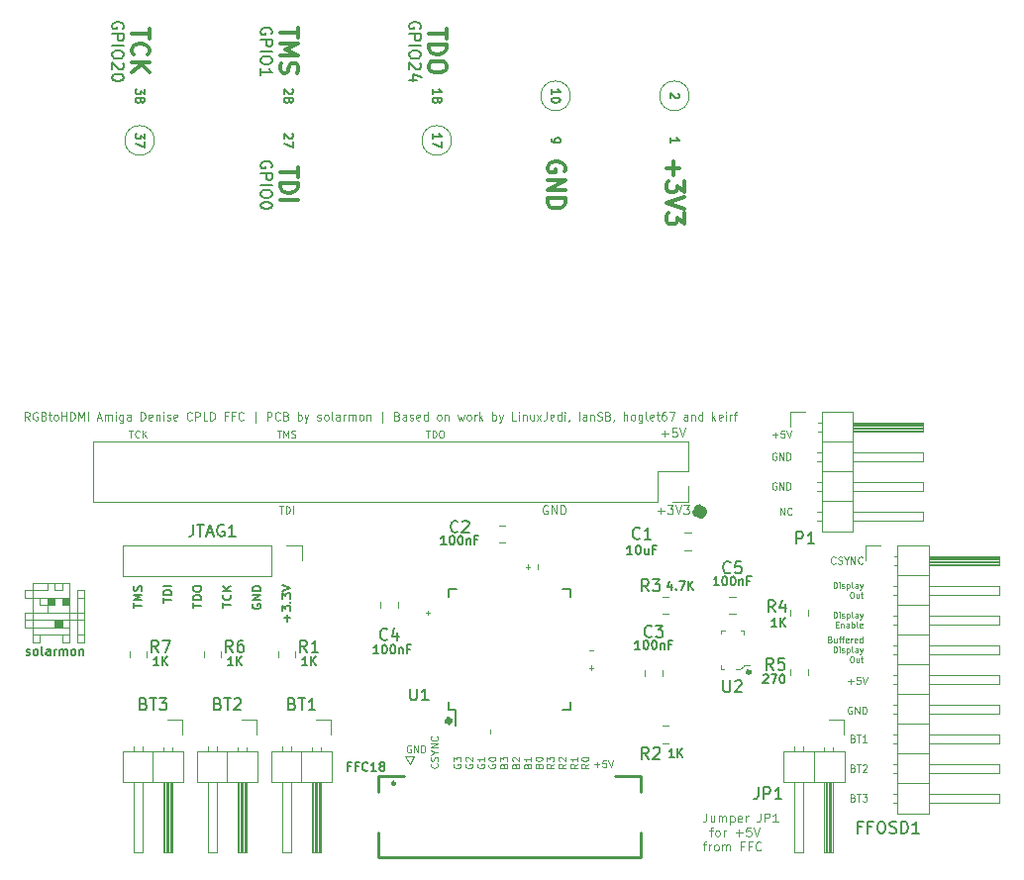
<source format=gbr>
%TF.GenerationSoftware,KiCad,Pcbnew,(5.1.9)-1*%
%TF.CreationDate,2021-05-22T07:15:07+01:00*%
%TF.ProjectId,RGBtoHDMI Amiga Denise CPLD FFC,52474274-6f48-4444-9d49-20416d696761,rev?*%
%TF.SameCoordinates,Original*%
%TF.FileFunction,Legend,Top*%
%TF.FilePolarity,Positive*%
%FSLAX46Y46*%
G04 Gerber Fmt 4.6, Leading zero omitted, Abs format (unit mm)*
G04 Created by KiCad (PCBNEW (5.1.9)-1) date 2021-05-22 07:15:07*
%MOMM*%
%LPD*%
G01*
G04 APERTURE LIST*
%ADD10C,0.100000*%
%ADD11C,0.120000*%
%ADD12C,0.300000*%
%ADD13C,0.500000*%
%ADD14C,0.150000*%
%ADD15C,1.000000*%
%ADD16C,0.254000*%
G04 APERTURE END LIST*
D10*
X141454285Y-71426428D02*
X141797142Y-71426428D01*
X141625714Y-72026428D02*
X141625714Y-71426428D01*
X141997142Y-72026428D02*
X141997142Y-71426428D01*
X142140000Y-71426428D01*
X142225714Y-71455000D01*
X142282857Y-71512142D01*
X142311428Y-71569285D01*
X142340000Y-71683571D01*
X142340000Y-71769285D01*
X142311428Y-71883571D01*
X142282857Y-71940714D01*
X142225714Y-71997857D01*
X142140000Y-72026428D01*
X141997142Y-72026428D01*
X142711428Y-71426428D02*
X142825714Y-71426428D01*
X142882857Y-71455000D01*
X142940000Y-71512142D01*
X142968571Y-71626428D01*
X142968571Y-71826428D01*
X142940000Y-71940714D01*
X142882857Y-71997857D01*
X142825714Y-72026428D01*
X142711428Y-72026428D01*
X142654285Y-71997857D01*
X142597142Y-71940714D01*
X142568571Y-71826428D01*
X142568571Y-71626428D01*
X142597142Y-71512142D01*
X142654285Y-71455000D01*
X142711428Y-71426428D01*
X128925714Y-77903428D02*
X129268571Y-77903428D01*
X129097142Y-78503428D02*
X129097142Y-77903428D01*
X129468571Y-78503428D02*
X129468571Y-77903428D01*
X129611428Y-77903428D01*
X129697142Y-77932000D01*
X129754285Y-77989142D01*
X129782857Y-78046285D01*
X129811428Y-78160571D01*
X129811428Y-78246285D01*
X129782857Y-78360571D01*
X129754285Y-78417714D01*
X129697142Y-78474857D01*
X129611428Y-78503428D01*
X129468571Y-78503428D01*
X130068571Y-78503428D02*
X130068571Y-77903428D01*
X128740000Y-71426428D02*
X129082857Y-71426428D01*
X128911428Y-72026428D02*
X128911428Y-71426428D01*
X129282857Y-72026428D02*
X129282857Y-71426428D01*
X129482857Y-71855000D01*
X129682857Y-71426428D01*
X129682857Y-72026428D01*
X129940000Y-71997857D02*
X130025714Y-72026428D01*
X130168571Y-72026428D01*
X130225714Y-71997857D01*
X130254285Y-71969285D01*
X130282857Y-71912142D01*
X130282857Y-71855000D01*
X130254285Y-71797857D01*
X130225714Y-71769285D01*
X130168571Y-71740714D01*
X130054285Y-71712142D01*
X129997142Y-71683571D01*
X129968571Y-71655000D01*
X129940000Y-71597857D01*
X129940000Y-71540714D01*
X129968571Y-71483571D01*
X129997142Y-71455000D01*
X130054285Y-71426428D01*
X130197142Y-71426428D01*
X130282857Y-71455000D01*
X116068571Y-71426428D02*
X116411428Y-71426428D01*
X116240000Y-72026428D02*
X116240000Y-71426428D01*
X116954285Y-71969285D02*
X116925714Y-71997857D01*
X116840000Y-72026428D01*
X116782857Y-72026428D01*
X116697142Y-71997857D01*
X116640000Y-71940714D01*
X116611428Y-71883571D01*
X116582857Y-71769285D01*
X116582857Y-71683571D01*
X116611428Y-71569285D01*
X116640000Y-71512142D01*
X116697142Y-71455000D01*
X116782857Y-71426428D01*
X116840000Y-71426428D01*
X116925714Y-71455000D01*
X116954285Y-71483571D01*
X117211428Y-72026428D02*
X117211428Y-71426428D01*
X117554285Y-72026428D02*
X117297142Y-71683571D01*
X117554285Y-71426428D02*
X117211428Y-71769285D01*
X142390785Y-99904428D02*
X142419357Y-99933000D01*
X142447928Y-100018714D01*
X142447928Y-100075857D01*
X142419357Y-100161571D01*
X142362214Y-100218714D01*
X142305071Y-100247285D01*
X142190785Y-100275857D01*
X142105071Y-100275857D01*
X141990785Y-100247285D01*
X141933642Y-100218714D01*
X141876500Y-100161571D01*
X141847928Y-100075857D01*
X141847928Y-100018714D01*
X141876500Y-99933000D01*
X141905071Y-99904428D01*
X142419357Y-99675857D02*
X142447928Y-99590142D01*
X142447928Y-99447285D01*
X142419357Y-99390142D01*
X142390785Y-99361571D01*
X142333642Y-99333000D01*
X142276500Y-99333000D01*
X142219357Y-99361571D01*
X142190785Y-99390142D01*
X142162214Y-99447285D01*
X142133642Y-99561571D01*
X142105071Y-99618714D01*
X142076500Y-99647285D01*
X142019357Y-99675857D01*
X141962214Y-99675857D01*
X141905071Y-99647285D01*
X141876500Y-99618714D01*
X141847928Y-99561571D01*
X141847928Y-99418714D01*
X141876500Y-99333000D01*
X142162214Y-98961571D02*
X142447928Y-98961571D01*
X141847928Y-99161571D02*
X142162214Y-98961571D01*
X141847928Y-98761571D01*
X142447928Y-98561571D02*
X141847928Y-98561571D01*
X142447928Y-98218714D01*
X141847928Y-98218714D01*
X142390785Y-97590142D02*
X142419357Y-97618714D01*
X142447928Y-97704428D01*
X142447928Y-97761571D01*
X142419357Y-97847285D01*
X142362214Y-97904428D01*
X142305071Y-97933000D01*
X142190785Y-97961571D01*
X142105071Y-97961571D01*
X141990785Y-97933000D01*
X141933642Y-97904428D01*
X141876500Y-97847285D01*
X141847928Y-97761571D01*
X141847928Y-97704428D01*
X141876500Y-97618714D01*
X141905071Y-97590142D01*
X145877000Y-99950571D02*
X145848428Y-100007714D01*
X145848428Y-100093428D01*
X145877000Y-100179142D01*
X145934142Y-100236285D01*
X145991285Y-100264857D01*
X146105571Y-100293428D01*
X146191285Y-100293428D01*
X146305571Y-100264857D01*
X146362714Y-100236285D01*
X146419857Y-100179142D01*
X146448428Y-100093428D01*
X146448428Y-100036285D01*
X146419857Y-99950571D01*
X146391285Y-99922000D01*
X146191285Y-99922000D01*
X146191285Y-100036285D01*
X146448428Y-99350571D02*
X146448428Y-99693428D01*
X146448428Y-99522000D02*
X145848428Y-99522000D01*
X145934142Y-99579142D01*
X145991285Y-99636285D01*
X146019857Y-99693428D01*
X146829500Y-99950571D02*
X146800928Y-100007714D01*
X146800928Y-100093428D01*
X146829500Y-100179142D01*
X146886642Y-100236285D01*
X146943785Y-100264857D01*
X147058071Y-100293428D01*
X147143785Y-100293428D01*
X147258071Y-100264857D01*
X147315214Y-100236285D01*
X147372357Y-100179142D01*
X147400928Y-100093428D01*
X147400928Y-100036285D01*
X147372357Y-99950571D01*
X147343785Y-99922000D01*
X147143785Y-99922000D01*
X147143785Y-100036285D01*
X146800928Y-99550571D02*
X146800928Y-99493428D01*
X146829500Y-99436285D01*
X146858071Y-99407714D01*
X146915214Y-99379142D01*
X147029500Y-99350571D01*
X147172357Y-99350571D01*
X147286642Y-99379142D01*
X147343785Y-99407714D01*
X147372357Y-99436285D01*
X147400928Y-99493428D01*
X147400928Y-99550571D01*
X147372357Y-99607714D01*
X147343785Y-99636285D01*
X147286642Y-99664857D01*
X147172357Y-99693428D01*
X147029500Y-99693428D01*
X146915214Y-99664857D01*
X146858071Y-99636285D01*
X146829500Y-99607714D01*
X146800928Y-99550571D01*
X144861000Y-99950571D02*
X144832428Y-100007714D01*
X144832428Y-100093428D01*
X144861000Y-100179142D01*
X144918142Y-100236285D01*
X144975285Y-100264857D01*
X145089571Y-100293428D01*
X145175285Y-100293428D01*
X145289571Y-100264857D01*
X145346714Y-100236285D01*
X145403857Y-100179142D01*
X145432428Y-100093428D01*
X145432428Y-100036285D01*
X145403857Y-99950571D01*
X145375285Y-99922000D01*
X145175285Y-99922000D01*
X145175285Y-100036285D01*
X144889571Y-99693428D02*
X144861000Y-99664857D01*
X144832428Y-99607714D01*
X144832428Y-99464857D01*
X144861000Y-99407714D01*
X144889571Y-99379142D01*
X144946714Y-99350571D01*
X145003857Y-99350571D01*
X145089571Y-99379142D01*
X145432428Y-99722000D01*
X145432428Y-99350571D01*
X143845000Y-99950571D02*
X143816428Y-100007714D01*
X143816428Y-100093428D01*
X143845000Y-100179142D01*
X143902142Y-100236285D01*
X143959285Y-100264857D01*
X144073571Y-100293428D01*
X144159285Y-100293428D01*
X144273571Y-100264857D01*
X144330714Y-100236285D01*
X144387857Y-100179142D01*
X144416428Y-100093428D01*
X144416428Y-100036285D01*
X144387857Y-99950571D01*
X144359285Y-99922000D01*
X144159285Y-99922000D01*
X144159285Y-100036285D01*
X143816428Y-99722000D02*
X143816428Y-99350571D01*
X144045000Y-99550571D01*
X144045000Y-99464857D01*
X144073571Y-99407714D01*
X144102142Y-99379142D01*
X144159285Y-99350571D01*
X144302142Y-99350571D01*
X144359285Y-99379142D01*
X144387857Y-99407714D01*
X144416428Y-99464857D01*
X144416428Y-99636285D01*
X144387857Y-99693428D01*
X144359285Y-99722000D01*
X149118642Y-100064857D02*
X149147214Y-99979142D01*
X149175785Y-99950571D01*
X149232928Y-99922000D01*
X149318642Y-99922000D01*
X149375785Y-99950571D01*
X149404357Y-99979142D01*
X149432928Y-100036285D01*
X149432928Y-100264857D01*
X148832928Y-100264857D01*
X148832928Y-100064857D01*
X148861500Y-100007714D01*
X148890071Y-99979142D01*
X148947214Y-99950571D01*
X149004357Y-99950571D01*
X149061500Y-99979142D01*
X149090071Y-100007714D01*
X149118642Y-100064857D01*
X149118642Y-100264857D01*
X148890071Y-99693428D02*
X148861500Y-99664857D01*
X148832928Y-99607714D01*
X148832928Y-99464857D01*
X148861500Y-99407714D01*
X148890071Y-99379142D01*
X148947214Y-99350571D01*
X149004357Y-99350571D01*
X149090071Y-99379142D01*
X149432928Y-99722000D01*
X149432928Y-99350571D01*
X151087142Y-100064857D02*
X151115714Y-99979142D01*
X151144285Y-99950571D01*
X151201428Y-99922000D01*
X151287142Y-99922000D01*
X151344285Y-99950571D01*
X151372857Y-99979142D01*
X151401428Y-100036285D01*
X151401428Y-100264857D01*
X150801428Y-100264857D01*
X150801428Y-100064857D01*
X150830000Y-100007714D01*
X150858571Y-99979142D01*
X150915714Y-99950571D01*
X150972857Y-99950571D01*
X151030000Y-99979142D01*
X151058571Y-100007714D01*
X151087142Y-100064857D01*
X151087142Y-100264857D01*
X150801428Y-99550571D02*
X150801428Y-99493428D01*
X150830000Y-99436285D01*
X150858571Y-99407714D01*
X150915714Y-99379142D01*
X151030000Y-99350571D01*
X151172857Y-99350571D01*
X151287142Y-99379142D01*
X151344285Y-99407714D01*
X151372857Y-99436285D01*
X151401428Y-99493428D01*
X151401428Y-99550571D01*
X151372857Y-99607714D01*
X151344285Y-99636285D01*
X151287142Y-99664857D01*
X151172857Y-99693428D01*
X151030000Y-99693428D01*
X150915714Y-99664857D01*
X150858571Y-99636285D01*
X150830000Y-99607714D01*
X150801428Y-99550571D01*
X150134642Y-100064857D02*
X150163214Y-99979142D01*
X150191785Y-99950571D01*
X150248928Y-99922000D01*
X150334642Y-99922000D01*
X150391785Y-99950571D01*
X150420357Y-99979142D01*
X150448928Y-100036285D01*
X150448928Y-100264857D01*
X149848928Y-100264857D01*
X149848928Y-100064857D01*
X149877500Y-100007714D01*
X149906071Y-99979142D01*
X149963214Y-99950571D01*
X150020357Y-99950571D01*
X150077500Y-99979142D01*
X150106071Y-100007714D01*
X150134642Y-100064857D01*
X150134642Y-100264857D01*
X150448928Y-99350571D02*
X150448928Y-99693428D01*
X150448928Y-99522000D02*
X149848928Y-99522000D01*
X149934642Y-99579142D01*
X149991785Y-99636285D01*
X150020357Y-99693428D01*
X148102642Y-100064857D02*
X148131214Y-99979142D01*
X148159785Y-99950571D01*
X148216928Y-99922000D01*
X148302642Y-99922000D01*
X148359785Y-99950571D01*
X148388357Y-99979142D01*
X148416928Y-100036285D01*
X148416928Y-100264857D01*
X147816928Y-100264857D01*
X147816928Y-100064857D01*
X147845500Y-100007714D01*
X147874071Y-99979142D01*
X147931214Y-99950571D01*
X147988357Y-99950571D01*
X148045500Y-99979142D01*
X148074071Y-100007714D01*
X148102642Y-100064857D01*
X148102642Y-100264857D01*
X147816928Y-99722000D02*
X147816928Y-99350571D01*
X148045500Y-99550571D01*
X148045500Y-99464857D01*
X148074071Y-99407714D01*
X148102642Y-99379142D01*
X148159785Y-99350571D01*
X148302642Y-99350571D01*
X148359785Y-99379142D01*
X148388357Y-99407714D01*
X148416928Y-99464857D01*
X148416928Y-99636285D01*
X148388357Y-99693428D01*
X148359785Y-99722000D01*
X152353928Y-99922000D02*
X152068214Y-100122000D01*
X152353928Y-100264857D02*
X151753928Y-100264857D01*
X151753928Y-100036285D01*
X151782500Y-99979142D01*
X151811071Y-99950571D01*
X151868214Y-99922000D01*
X151953928Y-99922000D01*
X152011071Y-99950571D01*
X152039642Y-99979142D01*
X152068214Y-100036285D01*
X152068214Y-100264857D01*
X151753928Y-99722000D02*
X151753928Y-99350571D01*
X151982500Y-99550571D01*
X151982500Y-99464857D01*
X152011071Y-99407714D01*
X152039642Y-99379142D01*
X152096785Y-99350571D01*
X152239642Y-99350571D01*
X152296785Y-99379142D01*
X152325357Y-99407714D01*
X152353928Y-99464857D01*
X152353928Y-99636285D01*
X152325357Y-99693428D01*
X152296785Y-99722000D01*
X140131857Y-98379000D02*
X140074714Y-98350428D01*
X139989000Y-98350428D01*
X139903285Y-98379000D01*
X139846142Y-98436142D01*
X139817571Y-98493285D01*
X139789000Y-98607571D01*
X139789000Y-98693285D01*
X139817571Y-98807571D01*
X139846142Y-98864714D01*
X139903285Y-98921857D01*
X139989000Y-98950428D01*
X140046142Y-98950428D01*
X140131857Y-98921857D01*
X140160428Y-98893285D01*
X140160428Y-98693285D01*
X140046142Y-98693285D01*
X140417571Y-98950428D02*
X140417571Y-98350428D01*
X140760428Y-98950428D01*
X140760428Y-98350428D01*
X141046142Y-98950428D02*
X141046142Y-98350428D01*
X141189000Y-98350428D01*
X141274714Y-98379000D01*
X141331857Y-98436142D01*
X141360428Y-98493285D01*
X141389000Y-98607571D01*
X141389000Y-98693285D01*
X141360428Y-98807571D01*
X141331857Y-98864714D01*
X141274714Y-98921857D01*
X141189000Y-98950428D01*
X141046142Y-98950428D01*
X153369928Y-99922000D02*
X153084214Y-100122000D01*
X153369928Y-100264857D02*
X152769928Y-100264857D01*
X152769928Y-100036285D01*
X152798500Y-99979142D01*
X152827071Y-99950571D01*
X152884214Y-99922000D01*
X152969928Y-99922000D01*
X153027071Y-99950571D01*
X153055642Y-99979142D01*
X153084214Y-100036285D01*
X153084214Y-100264857D01*
X152827071Y-99693428D02*
X152798500Y-99664857D01*
X152769928Y-99607714D01*
X152769928Y-99464857D01*
X152798500Y-99407714D01*
X152827071Y-99379142D01*
X152884214Y-99350571D01*
X152941357Y-99350571D01*
X153027071Y-99379142D01*
X153369928Y-99722000D01*
X153369928Y-99350571D01*
X154385928Y-99922000D02*
X154100214Y-100122000D01*
X154385928Y-100264857D02*
X153785928Y-100264857D01*
X153785928Y-100036285D01*
X153814500Y-99979142D01*
X153843071Y-99950571D01*
X153900214Y-99922000D01*
X153985928Y-99922000D01*
X154043071Y-99950571D01*
X154071642Y-99979142D01*
X154100214Y-100036285D01*
X154100214Y-100264857D01*
X154385928Y-99350571D02*
X154385928Y-99693428D01*
X154385928Y-99522000D02*
X153785928Y-99522000D01*
X153871642Y-99579142D01*
X153928785Y-99636285D01*
X153957357Y-99693428D01*
X155338428Y-99922000D02*
X155052714Y-100122000D01*
X155338428Y-100264857D02*
X154738428Y-100264857D01*
X154738428Y-100036285D01*
X154767000Y-99979142D01*
X154795571Y-99950571D01*
X154852714Y-99922000D01*
X154938428Y-99922000D01*
X154995571Y-99950571D01*
X155024142Y-99979142D01*
X155052714Y-100036285D01*
X155052714Y-100264857D01*
X154738428Y-99550571D02*
X154738428Y-99493428D01*
X154767000Y-99436285D01*
X154795571Y-99407714D01*
X154852714Y-99379142D01*
X154967000Y-99350571D01*
X155109857Y-99350571D01*
X155224142Y-99379142D01*
X155281285Y-99407714D01*
X155309857Y-99436285D01*
X155338428Y-99493428D01*
X155338428Y-99550571D01*
X155309857Y-99607714D01*
X155281285Y-99636285D01*
X155224142Y-99664857D01*
X155109857Y-99693428D01*
X154967000Y-99693428D01*
X154852714Y-99664857D01*
X154795571Y-99636285D01*
X154767000Y-99607714D01*
X154738428Y-99550571D01*
X155819571Y-99991857D02*
X156276714Y-99991857D01*
X156048142Y-100220428D02*
X156048142Y-99763285D01*
X156848142Y-99620428D02*
X156562428Y-99620428D01*
X156533857Y-99906142D01*
X156562428Y-99877571D01*
X156619571Y-99849000D01*
X156762428Y-99849000D01*
X156819571Y-99877571D01*
X156848142Y-99906142D01*
X156876714Y-99963285D01*
X156876714Y-100106142D01*
X156848142Y-100163285D01*
X156819571Y-100191857D01*
X156762428Y-100220428D01*
X156619571Y-100220428D01*
X156562428Y-100191857D01*
X156533857Y-100163285D01*
X157048142Y-99620428D02*
X157248142Y-100220428D01*
X157448142Y-99620428D01*
D11*
X140081000Y-99949000D02*
X139700000Y-99314000D01*
X140462000Y-99314000D02*
X140081000Y-99949000D01*
X139700000Y-99314000D02*
X140462000Y-99314000D01*
D10*
X176004000Y-89284285D02*
X176075428Y-89308095D01*
X176099238Y-89331904D01*
X176123047Y-89379523D01*
X176123047Y-89450952D01*
X176099238Y-89498571D01*
X176075428Y-89522380D01*
X176027809Y-89546190D01*
X175837333Y-89546190D01*
X175837333Y-89046190D01*
X176004000Y-89046190D01*
X176051619Y-89070000D01*
X176075428Y-89093809D01*
X176099238Y-89141428D01*
X176099238Y-89189047D01*
X176075428Y-89236666D01*
X176051619Y-89260476D01*
X176004000Y-89284285D01*
X175837333Y-89284285D01*
X176551619Y-89212857D02*
X176551619Y-89546190D01*
X176337333Y-89212857D02*
X176337333Y-89474761D01*
X176361143Y-89522380D01*
X176408762Y-89546190D01*
X176480190Y-89546190D01*
X176527809Y-89522380D01*
X176551619Y-89498571D01*
X176718285Y-89212857D02*
X176908762Y-89212857D01*
X176789714Y-89546190D02*
X176789714Y-89117619D01*
X176813523Y-89070000D01*
X176861143Y-89046190D01*
X176908762Y-89046190D01*
X177004000Y-89212857D02*
X177194476Y-89212857D01*
X177075428Y-89546190D02*
X177075428Y-89117619D01*
X177099238Y-89070000D01*
X177146857Y-89046190D01*
X177194476Y-89046190D01*
X177551619Y-89522380D02*
X177504000Y-89546190D01*
X177408762Y-89546190D01*
X177361143Y-89522380D01*
X177337333Y-89474761D01*
X177337333Y-89284285D01*
X177361143Y-89236666D01*
X177408762Y-89212857D01*
X177504000Y-89212857D01*
X177551619Y-89236666D01*
X177575428Y-89284285D01*
X177575428Y-89331904D01*
X177337333Y-89379523D01*
X177789714Y-89546190D02*
X177789714Y-89212857D01*
X177789714Y-89308095D02*
X177813523Y-89260476D01*
X177837333Y-89236666D01*
X177884952Y-89212857D01*
X177932571Y-89212857D01*
X178289714Y-89522380D02*
X178242095Y-89546190D01*
X178146857Y-89546190D01*
X178099238Y-89522380D01*
X178075428Y-89474761D01*
X178075428Y-89284285D01*
X178099238Y-89236666D01*
X178146857Y-89212857D01*
X178242095Y-89212857D01*
X178289714Y-89236666D01*
X178313523Y-89284285D01*
X178313523Y-89331904D01*
X178075428Y-89379523D01*
X178742095Y-89546190D02*
X178742095Y-89046190D01*
X178742095Y-89522380D02*
X178694476Y-89546190D01*
X178599238Y-89546190D01*
X178551619Y-89522380D01*
X178527809Y-89498571D01*
X178504000Y-89450952D01*
X178504000Y-89308095D01*
X178527809Y-89260476D01*
X178551619Y-89236666D01*
X178599238Y-89212857D01*
X178694476Y-89212857D01*
X178742095Y-89236666D01*
X176289714Y-90396190D02*
X176289714Y-89896190D01*
X176408762Y-89896190D01*
X176480190Y-89920000D01*
X176527809Y-89967619D01*
X176551619Y-90015238D01*
X176575428Y-90110476D01*
X176575428Y-90181904D01*
X176551619Y-90277142D01*
X176527809Y-90324761D01*
X176480190Y-90372380D01*
X176408762Y-90396190D01*
X176289714Y-90396190D01*
X176789714Y-90396190D02*
X176789714Y-90062857D01*
X176789714Y-89896190D02*
X176765904Y-89920000D01*
X176789714Y-89943809D01*
X176813523Y-89920000D01*
X176789714Y-89896190D01*
X176789714Y-89943809D01*
X177004000Y-90372380D02*
X177051619Y-90396190D01*
X177146857Y-90396190D01*
X177194476Y-90372380D01*
X177218285Y-90324761D01*
X177218285Y-90300952D01*
X177194476Y-90253333D01*
X177146857Y-90229523D01*
X177075428Y-90229523D01*
X177027809Y-90205714D01*
X177004000Y-90158095D01*
X177004000Y-90134285D01*
X177027809Y-90086666D01*
X177075428Y-90062857D01*
X177146857Y-90062857D01*
X177194476Y-90086666D01*
X177432571Y-90062857D02*
X177432571Y-90562857D01*
X177432571Y-90086666D02*
X177480190Y-90062857D01*
X177575428Y-90062857D01*
X177623047Y-90086666D01*
X177646857Y-90110476D01*
X177670666Y-90158095D01*
X177670666Y-90300952D01*
X177646857Y-90348571D01*
X177623047Y-90372380D01*
X177575428Y-90396190D01*
X177480190Y-90396190D01*
X177432571Y-90372380D01*
X177956381Y-90396190D02*
X177908762Y-90372380D01*
X177884952Y-90324761D01*
X177884952Y-89896190D01*
X178361143Y-90396190D02*
X178361143Y-90134285D01*
X178337333Y-90086666D01*
X178289714Y-90062857D01*
X178194476Y-90062857D01*
X178146857Y-90086666D01*
X178361143Y-90372380D02*
X178313523Y-90396190D01*
X178194476Y-90396190D01*
X178146857Y-90372380D01*
X178123047Y-90324761D01*
X178123047Y-90277142D01*
X178146857Y-90229523D01*
X178194476Y-90205714D01*
X178313523Y-90205714D01*
X178361143Y-90181904D01*
X178551619Y-90062857D02*
X178670666Y-90396190D01*
X178789714Y-90062857D02*
X178670666Y-90396190D01*
X178623047Y-90515238D01*
X178599238Y-90539047D01*
X178551619Y-90562857D01*
X177813523Y-90746190D02*
X177908762Y-90746190D01*
X177956381Y-90770000D01*
X178004000Y-90817619D01*
X178027809Y-90912857D01*
X178027809Y-91079523D01*
X178004000Y-91174761D01*
X177956381Y-91222380D01*
X177908762Y-91246190D01*
X177813523Y-91246190D01*
X177765904Y-91222380D01*
X177718285Y-91174761D01*
X177694476Y-91079523D01*
X177694476Y-90912857D01*
X177718285Y-90817619D01*
X177765904Y-90770000D01*
X177813523Y-90746190D01*
X178456381Y-90912857D02*
X178456381Y-91246190D01*
X178242095Y-90912857D02*
X178242095Y-91174761D01*
X178265904Y-91222380D01*
X178313523Y-91246190D01*
X178384952Y-91246190D01*
X178432571Y-91222380D01*
X178456381Y-91198571D01*
X178623047Y-90912857D02*
X178813523Y-90912857D01*
X178694476Y-90746190D02*
X178694476Y-91174761D01*
X178718285Y-91222380D01*
X178765904Y-91246190D01*
X178813523Y-91246190D01*
X176289714Y-87431190D02*
X176289714Y-86931190D01*
X176408762Y-86931190D01*
X176480190Y-86955000D01*
X176527809Y-87002619D01*
X176551619Y-87050238D01*
X176575428Y-87145476D01*
X176575428Y-87216904D01*
X176551619Y-87312142D01*
X176527809Y-87359761D01*
X176480190Y-87407380D01*
X176408762Y-87431190D01*
X176289714Y-87431190D01*
X176789714Y-87431190D02*
X176789714Y-87097857D01*
X176789714Y-86931190D02*
X176765904Y-86955000D01*
X176789714Y-86978809D01*
X176813523Y-86955000D01*
X176789714Y-86931190D01*
X176789714Y-86978809D01*
X177004000Y-87407380D02*
X177051619Y-87431190D01*
X177146857Y-87431190D01*
X177194476Y-87407380D01*
X177218285Y-87359761D01*
X177218285Y-87335952D01*
X177194476Y-87288333D01*
X177146857Y-87264523D01*
X177075428Y-87264523D01*
X177027809Y-87240714D01*
X177004000Y-87193095D01*
X177004000Y-87169285D01*
X177027809Y-87121666D01*
X177075428Y-87097857D01*
X177146857Y-87097857D01*
X177194476Y-87121666D01*
X177432571Y-87097857D02*
X177432571Y-87597857D01*
X177432571Y-87121666D02*
X177480190Y-87097857D01*
X177575428Y-87097857D01*
X177623047Y-87121666D01*
X177646857Y-87145476D01*
X177670666Y-87193095D01*
X177670666Y-87335952D01*
X177646857Y-87383571D01*
X177623047Y-87407380D01*
X177575428Y-87431190D01*
X177480190Y-87431190D01*
X177432571Y-87407380D01*
X177956381Y-87431190D02*
X177908762Y-87407380D01*
X177884952Y-87359761D01*
X177884952Y-86931190D01*
X178361143Y-87431190D02*
X178361143Y-87169285D01*
X178337333Y-87121666D01*
X178289714Y-87097857D01*
X178194476Y-87097857D01*
X178146857Y-87121666D01*
X178361143Y-87407380D02*
X178313523Y-87431190D01*
X178194476Y-87431190D01*
X178146857Y-87407380D01*
X178123047Y-87359761D01*
X178123047Y-87312142D01*
X178146857Y-87264523D01*
X178194476Y-87240714D01*
X178313523Y-87240714D01*
X178361143Y-87216904D01*
X178551619Y-87097857D02*
X178670666Y-87431190D01*
X178789714Y-87097857D02*
X178670666Y-87431190D01*
X178623047Y-87550238D01*
X178599238Y-87574047D01*
X178551619Y-87597857D01*
X176480190Y-88019285D02*
X176646857Y-88019285D01*
X176718285Y-88281190D02*
X176480190Y-88281190D01*
X176480190Y-87781190D01*
X176718285Y-87781190D01*
X176932571Y-87947857D02*
X176932571Y-88281190D01*
X176932571Y-87995476D02*
X176956381Y-87971666D01*
X177004000Y-87947857D01*
X177075428Y-87947857D01*
X177123047Y-87971666D01*
X177146857Y-88019285D01*
X177146857Y-88281190D01*
X177599238Y-88281190D02*
X177599238Y-88019285D01*
X177575428Y-87971666D01*
X177527809Y-87947857D01*
X177432571Y-87947857D01*
X177384952Y-87971666D01*
X177599238Y-88257380D02*
X177551619Y-88281190D01*
X177432571Y-88281190D01*
X177384952Y-88257380D01*
X177361143Y-88209761D01*
X177361143Y-88162142D01*
X177384952Y-88114523D01*
X177432571Y-88090714D01*
X177551619Y-88090714D01*
X177599238Y-88066904D01*
X177837333Y-88281190D02*
X177837333Y-87781190D01*
X177837333Y-87971666D02*
X177884952Y-87947857D01*
X177980190Y-87947857D01*
X178027809Y-87971666D01*
X178051619Y-87995476D01*
X178075428Y-88043095D01*
X178075428Y-88185952D01*
X178051619Y-88233571D01*
X178027809Y-88257380D01*
X177980190Y-88281190D01*
X177884952Y-88281190D01*
X177837333Y-88257380D01*
X178361143Y-88281190D02*
X178313523Y-88257380D01*
X178289714Y-88209761D01*
X178289714Y-87781190D01*
X178742095Y-88257380D02*
X178694476Y-88281190D01*
X178599238Y-88281190D01*
X178551619Y-88257380D01*
X178527809Y-88209761D01*
X178527809Y-88019285D01*
X178551619Y-87971666D01*
X178599238Y-87947857D01*
X178694476Y-87947857D01*
X178742095Y-87971666D01*
X178765904Y-88019285D01*
X178765904Y-88066904D01*
X178527809Y-88114523D01*
X176289714Y-84891190D02*
X176289714Y-84391190D01*
X176408762Y-84391190D01*
X176480190Y-84415000D01*
X176527809Y-84462619D01*
X176551619Y-84510238D01*
X176575428Y-84605476D01*
X176575428Y-84676904D01*
X176551619Y-84772142D01*
X176527809Y-84819761D01*
X176480190Y-84867380D01*
X176408762Y-84891190D01*
X176289714Y-84891190D01*
X176789714Y-84891190D02*
X176789714Y-84557857D01*
X176789714Y-84391190D02*
X176765904Y-84415000D01*
X176789714Y-84438809D01*
X176813523Y-84415000D01*
X176789714Y-84391190D01*
X176789714Y-84438809D01*
X177004000Y-84867380D02*
X177051619Y-84891190D01*
X177146857Y-84891190D01*
X177194476Y-84867380D01*
X177218285Y-84819761D01*
X177218285Y-84795952D01*
X177194476Y-84748333D01*
X177146857Y-84724523D01*
X177075428Y-84724523D01*
X177027809Y-84700714D01*
X177004000Y-84653095D01*
X177004000Y-84629285D01*
X177027809Y-84581666D01*
X177075428Y-84557857D01*
X177146857Y-84557857D01*
X177194476Y-84581666D01*
X177432571Y-84557857D02*
X177432571Y-85057857D01*
X177432571Y-84581666D02*
X177480190Y-84557857D01*
X177575428Y-84557857D01*
X177623047Y-84581666D01*
X177646857Y-84605476D01*
X177670666Y-84653095D01*
X177670666Y-84795952D01*
X177646857Y-84843571D01*
X177623047Y-84867380D01*
X177575428Y-84891190D01*
X177480190Y-84891190D01*
X177432571Y-84867380D01*
X177956381Y-84891190D02*
X177908762Y-84867380D01*
X177884952Y-84819761D01*
X177884952Y-84391190D01*
X178361143Y-84891190D02*
X178361143Y-84629285D01*
X178337333Y-84581666D01*
X178289714Y-84557857D01*
X178194476Y-84557857D01*
X178146857Y-84581666D01*
X178361143Y-84867380D02*
X178313523Y-84891190D01*
X178194476Y-84891190D01*
X178146857Y-84867380D01*
X178123047Y-84819761D01*
X178123047Y-84772142D01*
X178146857Y-84724523D01*
X178194476Y-84700714D01*
X178313523Y-84700714D01*
X178361143Y-84676904D01*
X178551619Y-84557857D02*
X178670666Y-84891190D01*
X178789714Y-84557857D02*
X178670666Y-84891190D01*
X178623047Y-85010238D01*
X178599238Y-85034047D01*
X178551619Y-85057857D01*
X177813523Y-85241190D02*
X177908762Y-85241190D01*
X177956381Y-85265000D01*
X178004000Y-85312619D01*
X178027809Y-85407857D01*
X178027809Y-85574523D01*
X178004000Y-85669761D01*
X177956381Y-85717380D01*
X177908762Y-85741190D01*
X177813523Y-85741190D01*
X177765904Y-85717380D01*
X177718285Y-85669761D01*
X177694476Y-85574523D01*
X177694476Y-85407857D01*
X177718285Y-85312619D01*
X177765904Y-85265000D01*
X177813523Y-85241190D01*
X178456381Y-85407857D02*
X178456381Y-85741190D01*
X178242095Y-85407857D02*
X178242095Y-85669761D01*
X178265904Y-85717380D01*
X178313523Y-85741190D01*
X178384952Y-85741190D01*
X178432571Y-85717380D01*
X178456381Y-85693571D01*
X178623047Y-85407857D02*
X178813523Y-85407857D01*
X178694476Y-85241190D02*
X178694476Y-85669761D01*
X178718285Y-85717380D01*
X178765904Y-85741190D01*
X178813523Y-85741190D01*
X176447571Y-82764285D02*
X176419000Y-82792857D01*
X176333285Y-82821428D01*
X176276142Y-82821428D01*
X176190428Y-82792857D01*
X176133285Y-82735714D01*
X176104714Y-82678571D01*
X176076142Y-82564285D01*
X176076142Y-82478571D01*
X176104714Y-82364285D01*
X176133285Y-82307142D01*
X176190428Y-82250000D01*
X176276142Y-82221428D01*
X176333285Y-82221428D01*
X176419000Y-82250000D01*
X176447571Y-82278571D01*
X176676142Y-82792857D02*
X176761857Y-82821428D01*
X176904714Y-82821428D01*
X176961857Y-82792857D01*
X176990428Y-82764285D01*
X177019000Y-82707142D01*
X177019000Y-82650000D01*
X176990428Y-82592857D01*
X176961857Y-82564285D01*
X176904714Y-82535714D01*
X176790428Y-82507142D01*
X176733285Y-82478571D01*
X176704714Y-82450000D01*
X176676142Y-82392857D01*
X176676142Y-82335714D01*
X176704714Y-82278571D01*
X176733285Y-82250000D01*
X176790428Y-82221428D01*
X176933285Y-82221428D01*
X177019000Y-82250000D01*
X177390428Y-82535714D02*
X177390428Y-82821428D01*
X177190428Y-82221428D02*
X177390428Y-82535714D01*
X177590428Y-82221428D01*
X177790428Y-82821428D02*
X177790428Y-82221428D01*
X178133285Y-82821428D01*
X178133285Y-82221428D01*
X178761857Y-82764285D02*
X178733285Y-82792857D01*
X178647571Y-82821428D01*
X178590428Y-82821428D01*
X178504714Y-82792857D01*
X178447571Y-82735714D01*
X178419000Y-82678571D01*
X178390428Y-82564285D01*
X178390428Y-82478571D01*
X178419000Y-82364285D01*
X178447571Y-82307142D01*
X178504714Y-82250000D01*
X178590428Y-82221428D01*
X178647571Y-82221428D01*
X178733285Y-82250000D01*
X178761857Y-82278571D01*
X171740571Y-78630428D02*
X171740571Y-78030428D01*
X172083428Y-78630428D01*
X172083428Y-78030428D01*
X172712000Y-78573285D02*
X172683428Y-78601857D01*
X172597714Y-78630428D01*
X172540571Y-78630428D01*
X172454857Y-78601857D01*
X172397714Y-78544714D01*
X172369142Y-78487571D01*
X172340571Y-78373285D01*
X172340571Y-78287571D01*
X172369142Y-78173285D01*
X172397714Y-78116142D01*
X172454857Y-78059000D01*
X172540571Y-78030428D01*
X172597714Y-78030428D01*
X172683428Y-78059000D01*
X172712000Y-78087571D01*
X171373857Y-75900000D02*
X171316714Y-75871428D01*
X171231000Y-75871428D01*
X171145285Y-75900000D01*
X171088142Y-75957142D01*
X171059571Y-76014285D01*
X171031000Y-76128571D01*
X171031000Y-76214285D01*
X171059571Y-76328571D01*
X171088142Y-76385714D01*
X171145285Y-76442857D01*
X171231000Y-76471428D01*
X171288142Y-76471428D01*
X171373857Y-76442857D01*
X171402428Y-76414285D01*
X171402428Y-76214285D01*
X171288142Y-76214285D01*
X171659571Y-76471428D02*
X171659571Y-75871428D01*
X172002428Y-76471428D01*
X172002428Y-75871428D01*
X172288142Y-76471428D02*
X172288142Y-75871428D01*
X172431000Y-75871428D01*
X172516714Y-75900000D01*
X172573857Y-75957142D01*
X172602428Y-76014285D01*
X172631000Y-76128571D01*
X172631000Y-76214285D01*
X172602428Y-76328571D01*
X172573857Y-76385714D01*
X172516714Y-76442857D01*
X172431000Y-76471428D01*
X172288142Y-76471428D01*
X171373857Y-73360000D02*
X171316714Y-73331428D01*
X171231000Y-73331428D01*
X171145285Y-73360000D01*
X171088142Y-73417142D01*
X171059571Y-73474285D01*
X171031000Y-73588571D01*
X171031000Y-73674285D01*
X171059571Y-73788571D01*
X171088142Y-73845714D01*
X171145285Y-73902857D01*
X171231000Y-73931428D01*
X171288142Y-73931428D01*
X171373857Y-73902857D01*
X171402428Y-73874285D01*
X171402428Y-73674285D01*
X171288142Y-73674285D01*
X171659571Y-73931428D02*
X171659571Y-73331428D01*
X172002428Y-73931428D01*
X172002428Y-73331428D01*
X172288142Y-73931428D02*
X172288142Y-73331428D01*
X172431000Y-73331428D01*
X172516714Y-73360000D01*
X172573857Y-73417142D01*
X172602428Y-73474285D01*
X172631000Y-73588571D01*
X172631000Y-73674285D01*
X172602428Y-73788571D01*
X172573857Y-73845714D01*
X172516714Y-73902857D01*
X172431000Y-73931428D01*
X172288142Y-73931428D01*
X171059571Y-71797857D02*
X171516714Y-71797857D01*
X171288142Y-72026428D02*
X171288142Y-71569285D01*
X172088142Y-71426428D02*
X171802428Y-71426428D01*
X171773857Y-71712142D01*
X171802428Y-71683571D01*
X171859571Y-71655000D01*
X172002428Y-71655000D01*
X172059571Y-71683571D01*
X172088142Y-71712142D01*
X172116714Y-71769285D01*
X172116714Y-71912142D01*
X172088142Y-71969285D01*
X172059571Y-71997857D01*
X172002428Y-72026428D01*
X171859571Y-72026428D01*
X171802428Y-71997857D01*
X171773857Y-71969285D01*
X172288142Y-71426428D02*
X172488142Y-72026428D01*
X172688142Y-71426428D01*
X165430857Y-104155285D02*
X165430857Y-104691000D01*
X165395142Y-104798142D01*
X165323714Y-104869571D01*
X165216571Y-104905285D01*
X165145142Y-104905285D01*
X166109428Y-104405285D02*
X166109428Y-104905285D01*
X165788000Y-104405285D02*
X165788000Y-104798142D01*
X165823714Y-104869571D01*
X165895142Y-104905285D01*
X166002285Y-104905285D01*
X166073714Y-104869571D01*
X166109428Y-104833857D01*
X166466571Y-104905285D02*
X166466571Y-104405285D01*
X166466571Y-104476714D02*
X166502285Y-104441000D01*
X166573714Y-104405285D01*
X166680857Y-104405285D01*
X166752285Y-104441000D01*
X166788000Y-104512428D01*
X166788000Y-104905285D01*
X166788000Y-104512428D02*
X166823714Y-104441000D01*
X166895142Y-104405285D01*
X167002285Y-104405285D01*
X167073714Y-104441000D01*
X167109428Y-104512428D01*
X167109428Y-104905285D01*
X167466571Y-104405285D02*
X167466571Y-105155285D01*
X167466571Y-104441000D02*
X167538000Y-104405285D01*
X167680857Y-104405285D01*
X167752285Y-104441000D01*
X167788000Y-104476714D01*
X167823714Y-104548142D01*
X167823714Y-104762428D01*
X167788000Y-104833857D01*
X167752285Y-104869571D01*
X167680857Y-104905285D01*
X167538000Y-104905285D01*
X167466571Y-104869571D01*
X168430857Y-104869571D02*
X168359428Y-104905285D01*
X168216571Y-104905285D01*
X168145142Y-104869571D01*
X168109428Y-104798142D01*
X168109428Y-104512428D01*
X168145142Y-104441000D01*
X168216571Y-104405285D01*
X168359428Y-104405285D01*
X168430857Y-104441000D01*
X168466571Y-104512428D01*
X168466571Y-104583857D01*
X168109428Y-104655285D01*
X168788000Y-104905285D02*
X168788000Y-104405285D01*
X168788000Y-104548142D02*
X168823714Y-104476714D01*
X168859428Y-104441000D01*
X168930857Y-104405285D01*
X169002285Y-104405285D01*
X170038000Y-104155285D02*
X170038000Y-104691000D01*
X170002285Y-104798142D01*
X169930857Y-104869571D01*
X169823714Y-104905285D01*
X169752285Y-104905285D01*
X170395142Y-104905285D02*
X170395142Y-104155285D01*
X170680857Y-104155285D01*
X170752285Y-104191000D01*
X170788000Y-104226714D01*
X170823714Y-104298142D01*
X170823714Y-104405285D01*
X170788000Y-104476714D01*
X170752285Y-104512428D01*
X170680857Y-104548142D01*
X170395142Y-104548142D01*
X171538000Y-104905285D02*
X171109428Y-104905285D01*
X171323714Y-104905285D02*
X171323714Y-104155285D01*
X171252285Y-104262428D01*
X171180857Y-104333857D01*
X171109428Y-104369571D01*
X165680857Y-105630285D02*
X165966571Y-105630285D01*
X165788000Y-106130285D02*
X165788000Y-105487428D01*
X165823714Y-105416000D01*
X165895142Y-105380285D01*
X165966571Y-105380285D01*
X166323714Y-106130285D02*
X166252285Y-106094571D01*
X166216571Y-106058857D01*
X166180857Y-105987428D01*
X166180857Y-105773142D01*
X166216571Y-105701714D01*
X166252285Y-105666000D01*
X166323714Y-105630285D01*
X166430857Y-105630285D01*
X166502285Y-105666000D01*
X166538000Y-105701714D01*
X166573714Y-105773142D01*
X166573714Y-105987428D01*
X166538000Y-106058857D01*
X166502285Y-106094571D01*
X166430857Y-106130285D01*
X166323714Y-106130285D01*
X166895142Y-106130285D02*
X166895142Y-105630285D01*
X166895142Y-105773142D02*
X166930857Y-105701714D01*
X166966571Y-105666000D01*
X167038000Y-105630285D01*
X167109428Y-105630285D01*
X167930857Y-105844571D02*
X168502285Y-105844571D01*
X168216571Y-106130285D02*
X168216571Y-105558857D01*
X169216571Y-105380285D02*
X168859428Y-105380285D01*
X168823714Y-105737428D01*
X168859428Y-105701714D01*
X168930857Y-105666000D01*
X169109428Y-105666000D01*
X169180857Y-105701714D01*
X169216571Y-105737428D01*
X169252285Y-105808857D01*
X169252285Y-105987428D01*
X169216571Y-106058857D01*
X169180857Y-106094571D01*
X169109428Y-106130285D01*
X168930857Y-106130285D01*
X168859428Y-106094571D01*
X168823714Y-106058857D01*
X169466571Y-105380285D02*
X169716571Y-106130285D01*
X169966571Y-105380285D01*
X165109428Y-106855285D02*
X165395142Y-106855285D01*
X165216571Y-107355285D02*
X165216571Y-106712428D01*
X165252285Y-106641000D01*
X165323714Y-106605285D01*
X165395142Y-106605285D01*
X165645142Y-107355285D02*
X165645142Y-106855285D01*
X165645142Y-106998142D02*
X165680857Y-106926714D01*
X165716571Y-106891000D01*
X165788000Y-106855285D01*
X165859428Y-106855285D01*
X166216571Y-107355285D02*
X166145142Y-107319571D01*
X166109428Y-107283857D01*
X166073714Y-107212428D01*
X166073714Y-106998142D01*
X166109428Y-106926714D01*
X166145142Y-106891000D01*
X166216571Y-106855285D01*
X166323714Y-106855285D01*
X166395142Y-106891000D01*
X166430857Y-106926714D01*
X166466571Y-106998142D01*
X166466571Y-107212428D01*
X166430857Y-107283857D01*
X166395142Y-107319571D01*
X166323714Y-107355285D01*
X166216571Y-107355285D01*
X166788000Y-107355285D02*
X166788000Y-106855285D01*
X166788000Y-106926714D02*
X166823714Y-106891000D01*
X166895142Y-106855285D01*
X167002285Y-106855285D01*
X167073714Y-106891000D01*
X167109428Y-106962428D01*
X167109428Y-107355285D01*
X167109428Y-106962428D02*
X167145142Y-106891000D01*
X167216571Y-106855285D01*
X167323714Y-106855285D01*
X167395142Y-106891000D01*
X167430857Y-106962428D01*
X167430857Y-107355285D01*
X168609428Y-106962428D02*
X168359428Y-106962428D01*
X168359428Y-107355285D02*
X168359428Y-106605285D01*
X168716571Y-106605285D01*
X169252285Y-106962428D02*
X169002285Y-106962428D01*
X169002285Y-107355285D02*
X169002285Y-106605285D01*
X169359428Y-106605285D01*
X170073714Y-107283857D02*
X170038000Y-107319571D01*
X169930857Y-107355285D01*
X169859428Y-107355285D01*
X169752285Y-107319571D01*
X169680857Y-107248142D01*
X169645142Y-107176714D01*
X169609428Y-107033857D01*
X169609428Y-106926714D01*
X169645142Y-106783857D01*
X169680857Y-106712428D01*
X169752285Y-106641000D01*
X169859428Y-106605285D01*
X169930857Y-106605285D01*
X170038000Y-106641000D01*
X170073714Y-106676714D01*
X177963571Y-102827142D02*
X178049285Y-102855714D01*
X178077857Y-102884285D01*
X178106428Y-102941428D01*
X178106428Y-103027142D01*
X178077857Y-103084285D01*
X178049285Y-103112857D01*
X177992142Y-103141428D01*
X177763571Y-103141428D01*
X177763571Y-102541428D01*
X177963571Y-102541428D01*
X178020714Y-102570000D01*
X178049285Y-102598571D01*
X178077857Y-102655714D01*
X178077857Y-102712857D01*
X178049285Y-102770000D01*
X178020714Y-102798571D01*
X177963571Y-102827142D01*
X177763571Y-102827142D01*
X178277857Y-102541428D02*
X178620714Y-102541428D01*
X178449285Y-103141428D02*
X178449285Y-102541428D01*
X178763571Y-102541428D02*
X179135000Y-102541428D01*
X178935000Y-102770000D01*
X179020714Y-102770000D01*
X179077857Y-102798571D01*
X179106428Y-102827142D01*
X179135000Y-102884285D01*
X179135000Y-103027142D01*
X179106428Y-103084285D01*
X179077857Y-103112857D01*
X179020714Y-103141428D01*
X178849285Y-103141428D01*
X178792142Y-103112857D01*
X178763571Y-103084285D01*
X177963571Y-100287142D02*
X178049285Y-100315714D01*
X178077857Y-100344285D01*
X178106428Y-100401428D01*
X178106428Y-100487142D01*
X178077857Y-100544285D01*
X178049285Y-100572857D01*
X177992142Y-100601428D01*
X177763571Y-100601428D01*
X177763571Y-100001428D01*
X177963571Y-100001428D01*
X178020714Y-100030000D01*
X178049285Y-100058571D01*
X178077857Y-100115714D01*
X178077857Y-100172857D01*
X178049285Y-100230000D01*
X178020714Y-100258571D01*
X177963571Y-100287142D01*
X177763571Y-100287142D01*
X178277857Y-100001428D02*
X178620714Y-100001428D01*
X178449285Y-100601428D02*
X178449285Y-100001428D01*
X178792142Y-100058571D02*
X178820714Y-100030000D01*
X178877857Y-100001428D01*
X179020714Y-100001428D01*
X179077857Y-100030000D01*
X179106428Y-100058571D01*
X179135000Y-100115714D01*
X179135000Y-100172857D01*
X179106428Y-100258571D01*
X178763571Y-100601428D01*
X179135000Y-100601428D01*
X177963571Y-97747142D02*
X178049285Y-97775714D01*
X178077857Y-97804285D01*
X178106428Y-97861428D01*
X178106428Y-97947142D01*
X178077857Y-98004285D01*
X178049285Y-98032857D01*
X177992142Y-98061428D01*
X177763571Y-98061428D01*
X177763571Y-97461428D01*
X177963571Y-97461428D01*
X178020714Y-97490000D01*
X178049285Y-97518571D01*
X178077857Y-97575714D01*
X178077857Y-97632857D01*
X178049285Y-97690000D01*
X178020714Y-97718571D01*
X177963571Y-97747142D01*
X177763571Y-97747142D01*
X178277857Y-97461428D02*
X178620714Y-97461428D01*
X178449285Y-98061428D02*
X178449285Y-97461428D01*
X179135000Y-98061428D02*
X178792142Y-98061428D01*
X178963571Y-98061428D02*
X178963571Y-97461428D01*
X178906428Y-97547142D01*
X178849285Y-97604285D01*
X178792142Y-97632857D01*
X107565666Y-70547666D02*
X107332333Y-70214333D01*
X107165666Y-70547666D02*
X107165666Y-69847666D01*
X107432333Y-69847666D01*
X107499000Y-69881000D01*
X107532333Y-69914333D01*
X107565666Y-69981000D01*
X107565666Y-70081000D01*
X107532333Y-70147666D01*
X107499000Y-70181000D01*
X107432333Y-70214333D01*
X107165666Y-70214333D01*
X108232333Y-69881000D02*
X108165666Y-69847666D01*
X108065666Y-69847666D01*
X107965666Y-69881000D01*
X107899000Y-69947666D01*
X107865666Y-70014333D01*
X107832333Y-70147666D01*
X107832333Y-70247666D01*
X107865666Y-70381000D01*
X107899000Y-70447666D01*
X107965666Y-70514333D01*
X108065666Y-70547666D01*
X108132333Y-70547666D01*
X108232333Y-70514333D01*
X108265666Y-70481000D01*
X108265666Y-70247666D01*
X108132333Y-70247666D01*
X108799000Y-70181000D02*
X108899000Y-70214333D01*
X108932333Y-70247666D01*
X108965666Y-70314333D01*
X108965666Y-70414333D01*
X108932333Y-70481000D01*
X108899000Y-70514333D01*
X108832333Y-70547666D01*
X108565666Y-70547666D01*
X108565666Y-69847666D01*
X108799000Y-69847666D01*
X108865666Y-69881000D01*
X108899000Y-69914333D01*
X108932333Y-69981000D01*
X108932333Y-70047666D01*
X108899000Y-70114333D01*
X108865666Y-70147666D01*
X108799000Y-70181000D01*
X108565666Y-70181000D01*
X109165666Y-70081000D02*
X109432333Y-70081000D01*
X109265666Y-69847666D02*
X109265666Y-70447666D01*
X109299000Y-70514333D01*
X109365666Y-70547666D01*
X109432333Y-70547666D01*
X109765666Y-70547666D02*
X109699000Y-70514333D01*
X109665666Y-70481000D01*
X109632333Y-70414333D01*
X109632333Y-70214333D01*
X109665666Y-70147666D01*
X109699000Y-70114333D01*
X109765666Y-70081000D01*
X109865666Y-70081000D01*
X109932333Y-70114333D01*
X109965666Y-70147666D01*
X109999000Y-70214333D01*
X109999000Y-70414333D01*
X109965666Y-70481000D01*
X109932333Y-70514333D01*
X109865666Y-70547666D01*
X109765666Y-70547666D01*
X110299000Y-70547666D02*
X110299000Y-69847666D01*
X110299000Y-70181000D02*
X110699000Y-70181000D01*
X110699000Y-70547666D02*
X110699000Y-69847666D01*
X111032333Y-70547666D02*
X111032333Y-69847666D01*
X111199000Y-69847666D01*
X111299000Y-69881000D01*
X111365666Y-69947666D01*
X111399000Y-70014333D01*
X111432333Y-70147666D01*
X111432333Y-70247666D01*
X111399000Y-70381000D01*
X111365666Y-70447666D01*
X111299000Y-70514333D01*
X111199000Y-70547666D01*
X111032333Y-70547666D01*
X111732333Y-70547666D02*
X111732333Y-69847666D01*
X111965666Y-70347666D01*
X112199000Y-69847666D01*
X112199000Y-70547666D01*
X112532333Y-70547666D02*
X112532333Y-69847666D01*
X113365666Y-70347666D02*
X113699000Y-70347666D01*
X113299000Y-70547666D02*
X113532333Y-69847666D01*
X113765666Y-70547666D01*
X113999000Y-70547666D02*
X113999000Y-70081000D01*
X113999000Y-70147666D02*
X114032333Y-70114333D01*
X114099000Y-70081000D01*
X114199000Y-70081000D01*
X114265666Y-70114333D01*
X114299000Y-70181000D01*
X114299000Y-70547666D01*
X114299000Y-70181000D02*
X114332333Y-70114333D01*
X114399000Y-70081000D01*
X114499000Y-70081000D01*
X114565666Y-70114333D01*
X114599000Y-70181000D01*
X114599000Y-70547666D01*
X114932333Y-70547666D02*
X114932333Y-70081000D01*
X114932333Y-69847666D02*
X114899000Y-69881000D01*
X114932333Y-69914333D01*
X114965666Y-69881000D01*
X114932333Y-69847666D01*
X114932333Y-69914333D01*
X115565666Y-70081000D02*
X115565666Y-70647666D01*
X115532333Y-70714333D01*
X115499000Y-70747666D01*
X115432333Y-70781000D01*
X115332333Y-70781000D01*
X115265666Y-70747666D01*
X115565666Y-70514333D02*
X115499000Y-70547666D01*
X115365666Y-70547666D01*
X115299000Y-70514333D01*
X115265666Y-70481000D01*
X115232333Y-70414333D01*
X115232333Y-70214333D01*
X115265666Y-70147666D01*
X115299000Y-70114333D01*
X115365666Y-70081000D01*
X115499000Y-70081000D01*
X115565666Y-70114333D01*
X116199000Y-70547666D02*
X116199000Y-70181000D01*
X116165666Y-70114333D01*
X116099000Y-70081000D01*
X115965666Y-70081000D01*
X115899000Y-70114333D01*
X116199000Y-70514333D02*
X116132333Y-70547666D01*
X115965666Y-70547666D01*
X115899000Y-70514333D01*
X115865666Y-70447666D01*
X115865666Y-70381000D01*
X115899000Y-70314333D01*
X115965666Y-70281000D01*
X116132333Y-70281000D01*
X116199000Y-70247666D01*
X117065666Y-70547666D02*
X117065666Y-69847666D01*
X117232333Y-69847666D01*
X117332333Y-69881000D01*
X117399000Y-69947666D01*
X117432333Y-70014333D01*
X117465666Y-70147666D01*
X117465666Y-70247666D01*
X117432333Y-70381000D01*
X117399000Y-70447666D01*
X117332333Y-70514333D01*
X117232333Y-70547666D01*
X117065666Y-70547666D01*
X118032333Y-70514333D02*
X117965666Y-70547666D01*
X117832333Y-70547666D01*
X117765666Y-70514333D01*
X117732333Y-70447666D01*
X117732333Y-70181000D01*
X117765666Y-70114333D01*
X117832333Y-70081000D01*
X117965666Y-70081000D01*
X118032333Y-70114333D01*
X118065666Y-70181000D01*
X118065666Y-70247666D01*
X117732333Y-70314333D01*
X118365666Y-70081000D02*
X118365666Y-70547666D01*
X118365666Y-70147666D02*
X118399000Y-70114333D01*
X118465666Y-70081000D01*
X118565666Y-70081000D01*
X118632333Y-70114333D01*
X118665666Y-70181000D01*
X118665666Y-70547666D01*
X118999000Y-70547666D02*
X118999000Y-70081000D01*
X118999000Y-69847666D02*
X118965666Y-69881000D01*
X118999000Y-69914333D01*
X119032333Y-69881000D01*
X118999000Y-69847666D01*
X118999000Y-69914333D01*
X119299000Y-70514333D02*
X119365666Y-70547666D01*
X119499000Y-70547666D01*
X119565666Y-70514333D01*
X119599000Y-70447666D01*
X119599000Y-70414333D01*
X119565666Y-70347666D01*
X119499000Y-70314333D01*
X119399000Y-70314333D01*
X119332333Y-70281000D01*
X119299000Y-70214333D01*
X119299000Y-70181000D01*
X119332333Y-70114333D01*
X119399000Y-70081000D01*
X119499000Y-70081000D01*
X119565666Y-70114333D01*
X120165666Y-70514333D02*
X120099000Y-70547666D01*
X119965666Y-70547666D01*
X119899000Y-70514333D01*
X119865666Y-70447666D01*
X119865666Y-70181000D01*
X119899000Y-70114333D01*
X119965666Y-70081000D01*
X120099000Y-70081000D01*
X120165666Y-70114333D01*
X120199000Y-70181000D01*
X120199000Y-70247666D01*
X119865666Y-70314333D01*
X121432333Y-70481000D02*
X121399000Y-70514333D01*
X121299000Y-70547666D01*
X121232333Y-70547666D01*
X121132333Y-70514333D01*
X121065666Y-70447666D01*
X121032333Y-70381000D01*
X120999000Y-70247666D01*
X120999000Y-70147666D01*
X121032333Y-70014333D01*
X121065666Y-69947666D01*
X121132333Y-69881000D01*
X121232333Y-69847666D01*
X121299000Y-69847666D01*
X121399000Y-69881000D01*
X121432333Y-69914333D01*
X121732333Y-70547666D02*
X121732333Y-69847666D01*
X121999000Y-69847666D01*
X122065666Y-69881000D01*
X122099000Y-69914333D01*
X122132333Y-69981000D01*
X122132333Y-70081000D01*
X122099000Y-70147666D01*
X122065666Y-70181000D01*
X121999000Y-70214333D01*
X121732333Y-70214333D01*
X122765666Y-70547666D02*
X122432333Y-70547666D01*
X122432333Y-69847666D01*
X122999000Y-70547666D02*
X122999000Y-69847666D01*
X123165666Y-69847666D01*
X123265666Y-69881000D01*
X123332333Y-69947666D01*
X123365666Y-70014333D01*
X123399000Y-70147666D01*
X123399000Y-70247666D01*
X123365666Y-70381000D01*
X123332333Y-70447666D01*
X123265666Y-70514333D01*
X123165666Y-70547666D01*
X122999000Y-70547666D01*
X124465666Y-70181000D02*
X124232333Y-70181000D01*
X124232333Y-70547666D02*
X124232333Y-69847666D01*
X124565666Y-69847666D01*
X125065666Y-70181000D02*
X124832333Y-70181000D01*
X124832333Y-70547666D02*
X124832333Y-69847666D01*
X125165666Y-69847666D01*
X125832333Y-70481000D02*
X125799000Y-70514333D01*
X125699000Y-70547666D01*
X125632333Y-70547666D01*
X125532333Y-70514333D01*
X125465666Y-70447666D01*
X125432333Y-70381000D01*
X125399000Y-70247666D01*
X125399000Y-70147666D01*
X125432333Y-70014333D01*
X125465666Y-69947666D01*
X125532333Y-69881000D01*
X125632333Y-69847666D01*
X125699000Y-69847666D01*
X125799000Y-69881000D01*
X125832333Y-69914333D01*
X126832333Y-70781000D02*
X126832333Y-69781000D01*
X127865666Y-70547666D02*
X127865666Y-69847666D01*
X128132333Y-69847666D01*
X128199000Y-69881000D01*
X128232333Y-69914333D01*
X128265666Y-69981000D01*
X128265666Y-70081000D01*
X128232333Y-70147666D01*
X128199000Y-70181000D01*
X128132333Y-70214333D01*
X127865666Y-70214333D01*
X128965666Y-70481000D02*
X128932333Y-70514333D01*
X128832333Y-70547666D01*
X128765666Y-70547666D01*
X128665666Y-70514333D01*
X128599000Y-70447666D01*
X128565666Y-70381000D01*
X128532333Y-70247666D01*
X128532333Y-70147666D01*
X128565666Y-70014333D01*
X128599000Y-69947666D01*
X128665666Y-69881000D01*
X128765666Y-69847666D01*
X128832333Y-69847666D01*
X128932333Y-69881000D01*
X128965666Y-69914333D01*
X129499000Y-70181000D02*
X129599000Y-70214333D01*
X129632333Y-70247666D01*
X129665666Y-70314333D01*
X129665666Y-70414333D01*
X129632333Y-70481000D01*
X129599000Y-70514333D01*
X129532333Y-70547666D01*
X129265666Y-70547666D01*
X129265666Y-69847666D01*
X129499000Y-69847666D01*
X129565666Y-69881000D01*
X129599000Y-69914333D01*
X129632333Y-69981000D01*
X129632333Y-70047666D01*
X129599000Y-70114333D01*
X129565666Y-70147666D01*
X129499000Y-70181000D01*
X129265666Y-70181000D01*
X130499000Y-70547666D02*
X130499000Y-69847666D01*
X130499000Y-70114333D02*
X130565666Y-70081000D01*
X130699000Y-70081000D01*
X130765666Y-70114333D01*
X130799000Y-70147666D01*
X130832333Y-70214333D01*
X130832333Y-70414333D01*
X130799000Y-70481000D01*
X130765666Y-70514333D01*
X130699000Y-70547666D01*
X130565666Y-70547666D01*
X130499000Y-70514333D01*
X131065666Y-70081000D02*
X131232333Y-70547666D01*
X131399000Y-70081000D02*
X131232333Y-70547666D01*
X131165666Y-70714333D01*
X131132333Y-70747666D01*
X131065666Y-70781000D01*
X132165666Y-70514333D02*
X132232333Y-70547666D01*
X132365666Y-70547666D01*
X132432333Y-70514333D01*
X132465666Y-70447666D01*
X132465666Y-70414333D01*
X132432333Y-70347666D01*
X132365666Y-70314333D01*
X132265666Y-70314333D01*
X132199000Y-70281000D01*
X132165666Y-70214333D01*
X132165666Y-70181000D01*
X132199000Y-70114333D01*
X132265666Y-70081000D01*
X132365666Y-70081000D01*
X132432333Y-70114333D01*
X132865666Y-70547666D02*
X132799000Y-70514333D01*
X132765666Y-70481000D01*
X132732333Y-70414333D01*
X132732333Y-70214333D01*
X132765666Y-70147666D01*
X132799000Y-70114333D01*
X132865666Y-70081000D01*
X132965666Y-70081000D01*
X133032333Y-70114333D01*
X133065666Y-70147666D01*
X133099000Y-70214333D01*
X133099000Y-70414333D01*
X133065666Y-70481000D01*
X133032333Y-70514333D01*
X132965666Y-70547666D01*
X132865666Y-70547666D01*
X133499000Y-70547666D02*
X133432333Y-70514333D01*
X133399000Y-70447666D01*
X133399000Y-69847666D01*
X134065666Y-70547666D02*
X134065666Y-70181000D01*
X134032333Y-70114333D01*
X133965666Y-70081000D01*
X133832333Y-70081000D01*
X133765666Y-70114333D01*
X134065666Y-70514333D02*
X133999000Y-70547666D01*
X133832333Y-70547666D01*
X133765666Y-70514333D01*
X133732333Y-70447666D01*
X133732333Y-70381000D01*
X133765666Y-70314333D01*
X133832333Y-70281000D01*
X133999000Y-70281000D01*
X134065666Y-70247666D01*
X134399000Y-70547666D02*
X134399000Y-70081000D01*
X134399000Y-70214333D02*
X134432333Y-70147666D01*
X134465666Y-70114333D01*
X134532333Y-70081000D01*
X134599000Y-70081000D01*
X134832333Y-70547666D02*
X134832333Y-70081000D01*
X134832333Y-70147666D02*
X134865666Y-70114333D01*
X134932333Y-70081000D01*
X135032333Y-70081000D01*
X135099000Y-70114333D01*
X135132333Y-70181000D01*
X135132333Y-70547666D01*
X135132333Y-70181000D02*
X135165666Y-70114333D01*
X135232333Y-70081000D01*
X135332333Y-70081000D01*
X135399000Y-70114333D01*
X135432333Y-70181000D01*
X135432333Y-70547666D01*
X135865666Y-70547666D02*
X135799000Y-70514333D01*
X135765666Y-70481000D01*
X135732333Y-70414333D01*
X135732333Y-70214333D01*
X135765666Y-70147666D01*
X135799000Y-70114333D01*
X135865666Y-70081000D01*
X135965666Y-70081000D01*
X136032333Y-70114333D01*
X136065666Y-70147666D01*
X136099000Y-70214333D01*
X136099000Y-70414333D01*
X136065666Y-70481000D01*
X136032333Y-70514333D01*
X135965666Y-70547666D01*
X135865666Y-70547666D01*
X136399000Y-70081000D02*
X136399000Y-70547666D01*
X136399000Y-70147666D02*
X136432333Y-70114333D01*
X136499000Y-70081000D01*
X136599000Y-70081000D01*
X136665666Y-70114333D01*
X136699000Y-70181000D01*
X136699000Y-70547666D01*
X137732333Y-70781000D02*
X137732333Y-69781000D01*
X138999000Y-70181000D02*
X139099000Y-70214333D01*
X139132333Y-70247666D01*
X139165666Y-70314333D01*
X139165666Y-70414333D01*
X139132333Y-70481000D01*
X139099000Y-70514333D01*
X139032333Y-70547666D01*
X138765666Y-70547666D01*
X138765666Y-69847666D01*
X138999000Y-69847666D01*
X139065666Y-69881000D01*
X139099000Y-69914333D01*
X139132333Y-69981000D01*
X139132333Y-70047666D01*
X139099000Y-70114333D01*
X139065666Y-70147666D01*
X138999000Y-70181000D01*
X138765666Y-70181000D01*
X139765666Y-70547666D02*
X139765666Y-70181000D01*
X139732333Y-70114333D01*
X139665666Y-70081000D01*
X139532333Y-70081000D01*
X139465666Y-70114333D01*
X139765666Y-70514333D02*
X139699000Y-70547666D01*
X139532333Y-70547666D01*
X139465666Y-70514333D01*
X139432333Y-70447666D01*
X139432333Y-70381000D01*
X139465666Y-70314333D01*
X139532333Y-70281000D01*
X139699000Y-70281000D01*
X139765666Y-70247666D01*
X140065666Y-70514333D02*
X140132333Y-70547666D01*
X140265666Y-70547666D01*
X140332333Y-70514333D01*
X140365666Y-70447666D01*
X140365666Y-70414333D01*
X140332333Y-70347666D01*
X140265666Y-70314333D01*
X140165666Y-70314333D01*
X140099000Y-70281000D01*
X140065666Y-70214333D01*
X140065666Y-70181000D01*
X140099000Y-70114333D01*
X140165666Y-70081000D01*
X140265666Y-70081000D01*
X140332333Y-70114333D01*
X140932333Y-70514333D02*
X140865666Y-70547666D01*
X140732333Y-70547666D01*
X140665666Y-70514333D01*
X140632333Y-70447666D01*
X140632333Y-70181000D01*
X140665666Y-70114333D01*
X140732333Y-70081000D01*
X140865666Y-70081000D01*
X140932333Y-70114333D01*
X140965666Y-70181000D01*
X140965666Y-70247666D01*
X140632333Y-70314333D01*
X141565666Y-70547666D02*
X141565666Y-69847666D01*
X141565666Y-70514333D02*
X141499000Y-70547666D01*
X141365666Y-70547666D01*
X141299000Y-70514333D01*
X141265666Y-70481000D01*
X141232333Y-70414333D01*
X141232333Y-70214333D01*
X141265666Y-70147666D01*
X141299000Y-70114333D01*
X141365666Y-70081000D01*
X141499000Y-70081000D01*
X141565666Y-70114333D01*
X142532333Y-70547666D02*
X142465666Y-70514333D01*
X142432333Y-70481000D01*
X142399000Y-70414333D01*
X142399000Y-70214333D01*
X142432333Y-70147666D01*
X142465666Y-70114333D01*
X142532333Y-70081000D01*
X142632333Y-70081000D01*
X142699000Y-70114333D01*
X142732333Y-70147666D01*
X142765666Y-70214333D01*
X142765666Y-70414333D01*
X142732333Y-70481000D01*
X142699000Y-70514333D01*
X142632333Y-70547666D01*
X142532333Y-70547666D01*
X143065666Y-70081000D02*
X143065666Y-70547666D01*
X143065666Y-70147666D02*
X143099000Y-70114333D01*
X143165666Y-70081000D01*
X143265666Y-70081000D01*
X143332333Y-70114333D01*
X143365666Y-70181000D01*
X143365666Y-70547666D01*
X144165666Y-70081000D02*
X144299000Y-70547666D01*
X144432333Y-70214333D01*
X144565666Y-70547666D01*
X144699000Y-70081000D01*
X145065666Y-70547666D02*
X144999000Y-70514333D01*
X144965666Y-70481000D01*
X144932333Y-70414333D01*
X144932333Y-70214333D01*
X144965666Y-70147666D01*
X144999000Y-70114333D01*
X145065666Y-70081000D01*
X145165666Y-70081000D01*
X145232333Y-70114333D01*
X145265666Y-70147666D01*
X145299000Y-70214333D01*
X145299000Y-70414333D01*
X145265666Y-70481000D01*
X145232333Y-70514333D01*
X145165666Y-70547666D01*
X145065666Y-70547666D01*
X145599000Y-70547666D02*
X145599000Y-70081000D01*
X145599000Y-70214333D02*
X145632333Y-70147666D01*
X145665666Y-70114333D01*
X145732333Y-70081000D01*
X145799000Y-70081000D01*
X146032333Y-70547666D02*
X146032333Y-69847666D01*
X146099000Y-70281000D02*
X146299000Y-70547666D01*
X146299000Y-70081000D02*
X146032333Y-70347666D01*
X147132333Y-70547666D02*
X147132333Y-69847666D01*
X147132333Y-70114333D02*
X147199000Y-70081000D01*
X147332333Y-70081000D01*
X147399000Y-70114333D01*
X147432333Y-70147666D01*
X147465666Y-70214333D01*
X147465666Y-70414333D01*
X147432333Y-70481000D01*
X147399000Y-70514333D01*
X147332333Y-70547666D01*
X147199000Y-70547666D01*
X147132333Y-70514333D01*
X147699000Y-70081000D02*
X147865666Y-70547666D01*
X148032333Y-70081000D02*
X147865666Y-70547666D01*
X147799000Y-70714333D01*
X147765666Y-70747666D01*
X147699000Y-70781000D01*
X149165666Y-70547666D02*
X148832333Y-70547666D01*
X148832333Y-69847666D01*
X149399000Y-70547666D02*
X149399000Y-70081000D01*
X149399000Y-69847666D02*
X149365666Y-69881000D01*
X149399000Y-69914333D01*
X149432333Y-69881000D01*
X149399000Y-69847666D01*
X149399000Y-69914333D01*
X149732333Y-70081000D02*
X149732333Y-70547666D01*
X149732333Y-70147666D02*
X149765666Y-70114333D01*
X149832333Y-70081000D01*
X149932333Y-70081000D01*
X149999000Y-70114333D01*
X150032333Y-70181000D01*
X150032333Y-70547666D01*
X150665666Y-70081000D02*
X150665666Y-70547666D01*
X150365666Y-70081000D02*
X150365666Y-70447666D01*
X150399000Y-70514333D01*
X150465666Y-70547666D01*
X150565666Y-70547666D01*
X150632333Y-70514333D01*
X150665666Y-70481000D01*
X150932333Y-70547666D02*
X151299000Y-70081000D01*
X150932333Y-70081000D02*
X151299000Y-70547666D01*
X151765666Y-69847666D02*
X151765666Y-70347666D01*
X151732333Y-70447666D01*
X151665666Y-70514333D01*
X151565666Y-70547666D01*
X151499000Y-70547666D01*
X152365666Y-70514333D02*
X152299000Y-70547666D01*
X152165666Y-70547666D01*
X152099000Y-70514333D01*
X152065666Y-70447666D01*
X152065666Y-70181000D01*
X152099000Y-70114333D01*
X152165666Y-70081000D01*
X152299000Y-70081000D01*
X152365666Y-70114333D01*
X152399000Y-70181000D01*
X152399000Y-70247666D01*
X152065666Y-70314333D01*
X152999000Y-70547666D02*
X152999000Y-69847666D01*
X152999000Y-70514333D02*
X152932333Y-70547666D01*
X152799000Y-70547666D01*
X152732333Y-70514333D01*
X152699000Y-70481000D01*
X152665666Y-70414333D01*
X152665666Y-70214333D01*
X152699000Y-70147666D01*
X152732333Y-70114333D01*
X152799000Y-70081000D01*
X152932333Y-70081000D01*
X152999000Y-70114333D01*
X153332333Y-70547666D02*
X153332333Y-70081000D01*
X153332333Y-69847666D02*
X153299000Y-69881000D01*
X153332333Y-69914333D01*
X153365666Y-69881000D01*
X153332333Y-69847666D01*
X153332333Y-69914333D01*
X153699000Y-70514333D02*
X153699000Y-70547666D01*
X153665666Y-70614333D01*
X153632333Y-70647666D01*
X154532333Y-70547666D02*
X154532333Y-69847666D01*
X155165666Y-70547666D02*
X155165666Y-70181000D01*
X155132333Y-70114333D01*
X155065666Y-70081000D01*
X154932333Y-70081000D01*
X154865666Y-70114333D01*
X155165666Y-70514333D02*
X155099000Y-70547666D01*
X154932333Y-70547666D01*
X154865666Y-70514333D01*
X154832333Y-70447666D01*
X154832333Y-70381000D01*
X154865666Y-70314333D01*
X154932333Y-70281000D01*
X155099000Y-70281000D01*
X155165666Y-70247666D01*
X155499000Y-70081000D02*
X155499000Y-70547666D01*
X155499000Y-70147666D02*
X155532333Y-70114333D01*
X155599000Y-70081000D01*
X155699000Y-70081000D01*
X155765666Y-70114333D01*
X155799000Y-70181000D01*
X155799000Y-70547666D01*
X156099000Y-70514333D02*
X156199000Y-70547666D01*
X156365666Y-70547666D01*
X156432333Y-70514333D01*
X156465666Y-70481000D01*
X156499000Y-70414333D01*
X156499000Y-70347666D01*
X156465666Y-70281000D01*
X156432333Y-70247666D01*
X156365666Y-70214333D01*
X156232333Y-70181000D01*
X156165666Y-70147666D01*
X156132333Y-70114333D01*
X156099000Y-70047666D01*
X156099000Y-69981000D01*
X156132333Y-69914333D01*
X156165666Y-69881000D01*
X156232333Y-69847666D01*
X156399000Y-69847666D01*
X156499000Y-69881000D01*
X157032333Y-70181000D02*
X157132333Y-70214333D01*
X157165666Y-70247666D01*
X157199000Y-70314333D01*
X157199000Y-70414333D01*
X157165666Y-70481000D01*
X157132333Y-70514333D01*
X157065666Y-70547666D01*
X156799000Y-70547666D01*
X156799000Y-69847666D01*
X157032333Y-69847666D01*
X157099000Y-69881000D01*
X157132333Y-69914333D01*
X157165666Y-69981000D01*
X157165666Y-70047666D01*
X157132333Y-70114333D01*
X157099000Y-70147666D01*
X157032333Y-70181000D01*
X156799000Y-70181000D01*
X157532333Y-70514333D02*
X157532333Y-70547666D01*
X157499000Y-70614333D01*
X157465666Y-70647666D01*
X158365666Y-70547666D02*
X158365666Y-69847666D01*
X158665666Y-70547666D02*
X158665666Y-70181000D01*
X158632333Y-70114333D01*
X158565666Y-70081000D01*
X158465666Y-70081000D01*
X158399000Y-70114333D01*
X158365666Y-70147666D01*
X159099000Y-70547666D02*
X159032333Y-70514333D01*
X158999000Y-70481000D01*
X158965666Y-70414333D01*
X158965666Y-70214333D01*
X158999000Y-70147666D01*
X159032333Y-70114333D01*
X159099000Y-70081000D01*
X159199000Y-70081000D01*
X159265666Y-70114333D01*
X159299000Y-70147666D01*
X159332333Y-70214333D01*
X159332333Y-70414333D01*
X159299000Y-70481000D01*
X159265666Y-70514333D01*
X159199000Y-70547666D01*
X159099000Y-70547666D01*
X159932333Y-70081000D02*
X159932333Y-70647666D01*
X159899000Y-70714333D01*
X159865666Y-70747666D01*
X159799000Y-70781000D01*
X159699000Y-70781000D01*
X159632333Y-70747666D01*
X159932333Y-70514333D02*
X159865666Y-70547666D01*
X159732333Y-70547666D01*
X159665666Y-70514333D01*
X159632333Y-70481000D01*
X159599000Y-70414333D01*
X159599000Y-70214333D01*
X159632333Y-70147666D01*
X159665666Y-70114333D01*
X159732333Y-70081000D01*
X159865666Y-70081000D01*
X159932333Y-70114333D01*
X160365666Y-70547666D02*
X160299000Y-70514333D01*
X160265666Y-70447666D01*
X160265666Y-69847666D01*
X160899000Y-70514333D02*
X160832333Y-70547666D01*
X160699000Y-70547666D01*
X160632333Y-70514333D01*
X160599000Y-70447666D01*
X160599000Y-70181000D01*
X160632333Y-70114333D01*
X160699000Y-70081000D01*
X160832333Y-70081000D01*
X160899000Y-70114333D01*
X160932333Y-70181000D01*
X160932333Y-70247666D01*
X160599000Y-70314333D01*
X161132333Y-70081000D02*
X161399000Y-70081000D01*
X161232333Y-69847666D02*
X161232333Y-70447666D01*
X161265666Y-70514333D01*
X161332333Y-70547666D01*
X161399000Y-70547666D01*
X161932333Y-69847666D02*
X161799000Y-69847666D01*
X161732333Y-69881000D01*
X161699000Y-69914333D01*
X161632333Y-70014333D01*
X161599000Y-70147666D01*
X161599000Y-70414333D01*
X161632333Y-70481000D01*
X161665666Y-70514333D01*
X161732333Y-70547666D01*
X161865666Y-70547666D01*
X161932333Y-70514333D01*
X161965666Y-70481000D01*
X161999000Y-70414333D01*
X161999000Y-70247666D01*
X161965666Y-70181000D01*
X161932333Y-70147666D01*
X161865666Y-70114333D01*
X161732333Y-70114333D01*
X161665666Y-70147666D01*
X161632333Y-70181000D01*
X161599000Y-70247666D01*
X162232333Y-69847666D02*
X162699000Y-69847666D01*
X162399000Y-70547666D01*
X163799000Y-70547666D02*
X163799000Y-70181000D01*
X163765666Y-70114333D01*
X163699000Y-70081000D01*
X163565666Y-70081000D01*
X163499000Y-70114333D01*
X163799000Y-70514333D02*
X163732333Y-70547666D01*
X163565666Y-70547666D01*
X163499000Y-70514333D01*
X163465666Y-70447666D01*
X163465666Y-70381000D01*
X163499000Y-70314333D01*
X163565666Y-70281000D01*
X163732333Y-70281000D01*
X163799000Y-70247666D01*
X164132333Y-70081000D02*
X164132333Y-70547666D01*
X164132333Y-70147666D02*
X164165666Y-70114333D01*
X164232333Y-70081000D01*
X164332333Y-70081000D01*
X164399000Y-70114333D01*
X164432333Y-70181000D01*
X164432333Y-70547666D01*
X165065666Y-70547666D02*
X165065666Y-69847666D01*
X165065666Y-70514333D02*
X164999000Y-70547666D01*
X164865666Y-70547666D01*
X164799000Y-70514333D01*
X164765666Y-70481000D01*
X164732333Y-70414333D01*
X164732333Y-70214333D01*
X164765666Y-70147666D01*
X164799000Y-70114333D01*
X164865666Y-70081000D01*
X164999000Y-70081000D01*
X165065666Y-70114333D01*
X165932333Y-70547666D02*
X165932333Y-69847666D01*
X165999000Y-70281000D02*
X166199000Y-70547666D01*
X166199000Y-70081000D02*
X165932333Y-70347666D01*
X166765666Y-70514333D02*
X166699000Y-70547666D01*
X166565666Y-70547666D01*
X166499000Y-70514333D01*
X166465666Y-70447666D01*
X166465666Y-70181000D01*
X166499000Y-70114333D01*
X166565666Y-70081000D01*
X166699000Y-70081000D01*
X166765666Y-70114333D01*
X166799000Y-70181000D01*
X166799000Y-70247666D01*
X166465666Y-70314333D01*
X167099000Y-70547666D02*
X167099000Y-70081000D01*
X167099000Y-69847666D02*
X167065666Y-69881000D01*
X167099000Y-69914333D01*
X167132333Y-69881000D01*
X167099000Y-69847666D01*
X167099000Y-69914333D01*
X167432333Y-70547666D02*
X167432333Y-70081000D01*
X167432333Y-70214333D02*
X167465666Y-70147666D01*
X167499000Y-70114333D01*
X167565666Y-70081000D01*
X167632333Y-70081000D01*
X167765666Y-70081000D02*
X168032333Y-70081000D01*
X167865666Y-70547666D02*
X167865666Y-69947666D01*
X167899000Y-69881000D01*
X167965666Y-69847666D01*
X168032333Y-69847666D01*
X151038714Y-83248476D02*
X151038714Y-82867523D01*
X146974714Y-97345476D02*
X146974714Y-96964523D01*
X155384523Y-90205714D02*
X155765476Y-90205714D01*
X155384523Y-91729714D02*
X155765476Y-91729714D01*
X155575000Y-91920190D02*
X155575000Y-91539238D01*
X141414523Y-87030714D02*
X141795476Y-87030714D01*
X141605000Y-87221190D02*
X141605000Y-86840238D01*
X149987023Y-83093714D02*
X150367976Y-83093714D01*
X150177500Y-83284190D02*
X150177500Y-82903238D01*
X177850857Y-95077000D02*
X177793714Y-95048428D01*
X177708000Y-95048428D01*
X177622285Y-95077000D01*
X177565142Y-95134142D01*
X177536571Y-95191285D01*
X177508000Y-95305571D01*
X177508000Y-95391285D01*
X177536571Y-95505571D01*
X177565142Y-95562714D01*
X177622285Y-95619857D01*
X177708000Y-95648428D01*
X177765142Y-95648428D01*
X177850857Y-95619857D01*
X177879428Y-95591285D01*
X177879428Y-95391285D01*
X177765142Y-95391285D01*
X178136571Y-95648428D02*
X178136571Y-95048428D01*
X178479428Y-95648428D01*
X178479428Y-95048428D01*
X178765142Y-95648428D02*
X178765142Y-95048428D01*
X178908000Y-95048428D01*
X178993714Y-95077000D01*
X179050857Y-95134142D01*
X179079428Y-95191285D01*
X179108000Y-95305571D01*
X179108000Y-95391285D01*
X179079428Y-95505571D01*
X179050857Y-95562714D01*
X178993714Y-95619857D01*
X178908000Y-95648428D01*
X178765142Y-95648428D01*
X177536571Y-92879857D02*
X177993714Y-92879857D01*
X177765142Y-93108428D02*
X177765142Y-92651285D01*
X178565142Y-92508428D02*
X178279428Y-92508428D01*
X178250857Y-92794142D01*
X178279428Y-92765571D01*
X178336571Y-92737000D01*
X178479428Y-92737000D01*
X178536571Y-92765571D01*
X178565142Y-92794142D01*
X178593714Y-92851285D01*
X178593714Y-92994142D01*
X178565142Y-93051285D01*
X178536571Y-93079857D01*
X178479428Y-93108428D01*
X178336571Y-93108428D01*
X178279428Y-93079857D01*
X178250857Y-93051285D01*
X178765142Y-92508428D02*
X178965142Y-93108428D01*
X179165142Y-92508428D01*
X151828571Y-77857000D02*
X151757142Y-77821285D01*
X151650000Y-77821285D01*
X151542857Y-77857000D01*
X151471428Y-77928428D01*
X151435714Y-77999857D01*
X151400000Y-78142714D01*
X151400000Y-78249857D01*
X151435714Y-78392714D01*
X151471428Y-78464142D01*
X151542857Y-78535571D01*
X151650000Y-78571285D01*
X151721428Y-78571285D01*
X151828571Y-78535571D01*
X151864285Y-78499857D01*
X151864285Y-78249857D01*
X151721428Y-78249857D01*
X152185714Y-78571285D02*
X152185714Y-77821285D01*
X152614285Y-78571285D01*
X152614285Y-77821285D01*
X152971428Y-78571285D02*
X152971428Y-77821285D01*
X153150000Y-77821285D01*
X153257142Y-77857000D01*
X153328571Y-77928428D01*
X153364285Y-77999857D01*
X153400000Y-78142714D01*
X153400000Y-78249857D01*
X153364285Y-78392714D01*
X153328571Y-78464142D01*
X153257142Y-78535571D01*
X153150000Y-78571285D01*
X152971428Y-78571285D01*
X161238571Y-78285571D02*
X161810000Y-78285571D01*
X161524285Y-78571285D02*
X161524285Y-77999857D01*
X162095714Y-77821285D02*
X162560000Y-77821285D01*
X162310000Y-78107000D01*
X162417142Y-78107000D01*
X162488571Y-78142714D01*
X162524285Y-78178428D01*
X162560000Y-78249857D01*
X162560000Y-78428428D01*
X162524285Y-78499857D01*
X162488571Y-78535571D01*
X162417142Y-78571285D01*
X162202857Y-78571285D01*
X162131428Y-78535571D01*
X162095714Y-78499857D01*
X162774285Y-77821285D02*
X163024285Y-78571285D01*
X163274285Y-77821285D01*
X163452857Y-77821285D02*
X163917142Y-77821285D01*
X163667142Y-78107000D01*
X163774285Y-78107000D01*
X163845714Y-78142714D01*
X163881428Y-78178428D01*
X163917142Y-78249857D01*
X163917142Y-78428428D01*
X163881428Y-78499857D01*
X163845714Y-78535571D01*
X163774285Y-78571285D01*
X163560000Y-78571285D01*
X163488571Y-78535571D01*
X163452857Y-78499857D01*
X161595714Y-71681571D02*
X162167142Y-71681571D01*
X161881428Y-71967285D02*
X161881428Y-71395857D01*
X162881428Y-71217285D02*
X162524285Y-71217285D01*
X162488571Y-71574428D01*
X162524285Y-71538714D01*
X162595714Y-71503000D01*
X162774285Y-71503000D01*
X162845714Y-71538714D01*
X162881428Y-71574428D01*
X162917142Y-71645857D01*
X162917142Y-71824428D01*
X162881428Y-71895857D01*
X162845714Y-71931571D01*
X162774285Y-71967285D01*
X162595714Y-71967285D01*
X162524285Y-71931571D01*
X162488571Y-71895857D01*
X163131428Y-71217285D02*
X163381428Y-71967285D01*
X163631428Y-71217285D01*
D12*
X169164000Y-92075000D02*
G75*
G03*
X169164000Y-92075000I-127000J0D01*
G01*
D13*
X143510000Y-96266000D02*
G75*
G03*
X143510000Y-96266000I-127000J0D01*
G01*
D14*
X116429285Y-86625857D02*
X116429285Y-86197285D01*
X117179285Y-86411571D02*
X116429285Y-86411571D01*
X117179285Y-85947285D02*
X116429285Y-85947285D01*
X116965000Y-85697285D01*
X116429285Y-85447285D01*
X117179285Y-85447285D01*
X117143571Y-85125857D02*
X117179285Y-85018714D01*
X117179285Y-84840142D01*
X117143571Y-84768714D01*
X117107857Y-84732999D01*
X117036428Y-84697285D01*
X116965000Y-84697285D01*
X116893571Y-84732999D01*
X116857857Y-84768714D01*
X116822142Y-84840142D01*
X116786428Y-84982999D01*
X116750714Y-85054428D01*
X116715000Y-85090142D01*
X116643571Y-85125857D01*
X116572142Y-85125857D01*
X116500714Y-85090142D01*
X116465000Y-85054428D01*
X116429285Y-84982999D01*
X116429285Y-84804428D01*
X116465000Y-84697285D01*
X118969285Y-86161571D02*
X118969285Y-85732999D01*
X119719285Y-85947285D02*
X118969285Y-85947285D01*
X119719285Y-85482999D02*
X118969285Y-85482999D01*
X118969285Y-85304428D01*
X119005000Y-85197285D01*
X119076428Y-85125856D01*
X119147857Y-85090142D01*
X119290714Y-85054428D01*
X119397857Y-85054428D01*
X119540714Y-85090142D01*
X119612142Y-85125856D01*
X119683571Y-85197285D01*
X119719285Y-85304428D01*
X119719285Y-85482999D01*
X119719285Y-84732999D02*
X118969285Y-84732999D01*
X121509285Y-86590142D02*
X121509285Y-86161571D01*
X122259285Y-86375857D02*
X121509285Y-86375857D01*
X122259285Y-85911571D02*
X121509285Y-85911571D01*
X121509285Y-85733000D01*
X121545000Y-85625857D01*
X121616428Y-85554428D01*
X121687857Y-85518714D01*
X121830714Y-85483000D01*
X121937857Y-85483000D01*
X122080714Y-85518714D01*
X122152142Y-85554428D01*
X122223571Y-85625857D01*
X122259285Y-85733000D01*
X122259285Y-85911571D01*
X121509285Y-85018714D02*
X121509285Y-84875857D01*
X121545000Y-84804428D01*
X121616428Y-84733000D01*
X121759285Y-84697285D01*
X122009285Y-84697285D01*
X122152142Y-84733000D01*
X122223571Y-84804428D01*
X122259285Y-84875857D01*
X122259285Y-85018714D01*
X122223571Y-85090142D01*
X122152142Y-85161571D01*
X122009285Y-85197285D01*
X121759285Y-85197285D01*
X121616428Y-85161571D01*
X121545000Y-85090142D01*
X121509285Y-85018714D01*
X124049285Y-86554428D02*
X124049285Y-86125857D01*
X124799285Y-86340143D02*
X124049285Y-86340143D01*
X124727857Y-85447285D02*
X124763571Y-85483000D01*
X124799285Y-85590143D01*
X124799285Y-85661571D01*
X124763571Y-85768714D01*
X124692142Y-85840143D01*
X124620714Y-85875857D01*
X124477857Y-85911571D01*
X124370714Y-85911571D01*
X124227857Y-85875857D01*
X124156428Y-85840143D01*
X124085000Y-85768714D01*
X124049285Y-85661571D01*
X124049285Y-85590143D01*
X124085000Y-85483000D01*
X124120714Y-85447285D01*
X124799285Y-85125857D02*
X124049285Y-85125857D01*
X124799285Y-84697285D02*
X124370714Y-85018714D01*
X124049285Y-84697285D02*
X124477857Y-85125857D01*
X126625000Y-86268713D02*
X126589285Y-86340142D01*
X126589285Y-86447285D01*
X126625000Y-86554427D01*
X126696428Y-86625856D01*
X126767857Y-86661570D01*
X126910714Y-86697285D01*
X127017857Y-86697285D01*
X127160714Y-86661570D01*
X127232142Y-86625856D01*
X127303571Y-86554427D01*
X127339285Y-86447285D01*
X127339285Y-86375856D01*
X127303571Y-86268713D01*
X127267857Y-86232999D01*
X127017857Y-86232999D01*
X127017857Y-86375856D01*
X127339285Y-85911570D02*
X126589285Y-85911570D01*
X127339285Y-85482999D01*
X126589285Y-85482999D01*
X127339285Y-85125856D02*
X126589285Y-85125856D01*
X126589285Y-84947285D01*
X126625000Y-84840142D01*
X126696428Y-84768713D01*
X126767857Y-84732999D01*
X126910714Y-84697285D01*
X127017857Y-84697285D01*
X127160714Y-84732999D01*
X127232142Y-84768713D01*
X127303571Y-84840142D01*
X127339285Y-84947285D01*
X127339285Y-85125856D01*
X129593571Y-87733000D02*
X129593571Y-87161571D01*
X129879285Y-87447285D02*
X129307857Y-87447285D01*
X129129285Y-86875857D02*
X129129285Y-86411571D01*
X129415000Y-86661571D01*
X129415000Y-86554428D01*
X129450714Y-86483000D01*
X129486428Y-86447285D01*
X129557857Y-86411571D01*
X129736428Y-86411571D01*
X129807857Y-86447285D01*
X129843571Y-86483000D01*
X129879285Y-86554428D01*
X129879285Y-86768714D01*
X129843571Y-86840142D01*
X129807857Y-86875857D01*
X129807857Y-86090142D02*
X129843571Y-86054428D01*
X129879285Y-86090142D01*
X129843571Y-86125857D01*
X129807857Y-86090142D01*
X129879285Y-86090142D01*
X129129285Y-85804428D02*
X129129285Y-85340142D01*
X129415000Y-85590142D01*
X129415000Y-85483000D01*
X129450714Y-85411571D01*
X129486428Y-85375857D01*
X129557857Y-85340142D01*
X129736428Y-85340142D01*
X129807857Y-85375857D01*
X129843571Y-85411571D01*
X129879285Y-85483000D01*
X129879285Y-85697285D01*
X129843571Y-85768714D01*
X129807857Y-85804428D01*
X129129285Y-85125857D02*
X129879285Y-84875857D01*
X129129285Y-84625857D01*
D15*
X164973000Y-78359000D02*
G75*
G03*
X164973000Y-78359000I-127000J0D01*
G01*
D14*
X140962000Y-37036619D02*
X141009619Y-36941380D01*
X141009619Y-36798523D01*
X140962000Y-36655666D01*
X140866761Y-36560428D01*
X140771523Y-36512809D01*
X140581047Y-36465190D01*
X140438190Y-36465190D01*
X140247714Y-36512809D01*
X140152476Y-36560428D01*
X140057238Y-36655666D01*
X140009619Y-36798523D01*
X140009619Y-36893761D01*
X140057238Y-37036619D01*
X140104857Y-37084238D01*
X140438190Y-37084238D01*
X140438190Y-36893761D01*
X140009619Y-37512809D02*
X141009619Y-37512809D01*
X141009619Y-37893761D01*
X140962000Y-37989000D01*
X140914380Y-38036619D01*
X140819142Y-38084238D01*
X140676285Y-38084238D01*
X140581047Y-38036619D01*
X140533428Y-37989000D01*
X140485809Y-37893761D01*
X140485809Y-37512809D01*
X140009619Y-38512809D02*
X141009619Y-38512809D01*
X141009619Y-39179476D02*
X141009619Y-39369952D01*
X140962000Y-39465190D01*
X140866761Y-39560428D01*
X140676285Y-39608047D01*
X140342952Y-39608047D01*
X140152476Y-39560428D01*
X140057238Y-39465190D01*
X140009619Y-39369952D01*
X140009619Y-39179476D01*
X140057238Y-39084238D01*
X140152476Y-38989000D01*
X140342952Y-38941380D01*
X140676285Y-38941380D01*
X140866761Y-38989000D01*
X140962000Y-39084238D01*
X141009619Y-39179476D01*
X140914380Y-39989000D02*
X140962000Y-40036619D01*
X141009619Y-40131857D01*
X141009619Y-40369952D01*
X140962000Y-40465190D01*
X140914380Y-40512809D01*
X140819142Y-40560428D01*
X140723904Y-40560428D01*
X140581047Y-40512809D01*
X140009619Y-39941380D01*
X140009619Y-40560428D01*
X140676285Y-41417571D02*
X140009619Y-41417571D01*
X141057238Y-41179476D02*
X140342952Y-40941380D01*
X140342952Y-41560428D01*
X115562000Y-37036619D02*
X115609619Y-36941380D01*
X115609619Y-36798523D01*
X115562000Y-36655666D01*
X115466761Y-36560428D01*
X115371523Y-36512809D01*
X115181047Y-36465190D01*
X115038190Y-36465190D01*
X114847714Y-36512809D01*
X114752476Y-36560428D01*
X114657238Y-36655666D01*
X114609619Y-36798523D01*
X114609619Y-36893761D01*
X114657238Y-37036619D01*
X114704857Y-37084238D01*
X115038190Y-37084238D01*
X115038190Y-36893761D01*
X114609619Y-37512809D02*
X115609619Y-37512809D01*
X115609619Y-37893761D01*
X115562000Y-37989000D01*
X115514380Y-38036619D01*
X115419142Y-38084238D01*
X115276285Y-38084238D01*
X115181047Y-38036619D01*
X115133428Y-37989000D01*
X115085809Y-37893761D01*
X115085809Y-37512809D01*
X114609619Y-38512809D02*
X115609619Y-38512809D01*
X115609619Y-39179476D02*
X115609619Y-39369952D01*
X115562000Y-39465190D01*
X115466761Y-39560428D01*
X115276285Y-39608047D01*
X114942952Y-39608047D01*
X114752476Y-39560428D01*
X114657238Y-39465190D01*
X114609619Y-39369952D01*
X114609619Y-39179476D01*
X114657238Y-39084238D01*
X114752476Y-38989000D01*
X114942952Y-38941380D01*
X115276285Y-38941380D01*
X115466761Y-38989000D01*
X115562000Y-39084238D01*
X115609619Y-39179476D01*
X115514380Y-39989000D02*
X115562000Y-40036619D01*
X115609619Y-40131857D01*
X115609619Y-40369952D01*
X115562000Y-40465190D01*
X115514380Y-40512809D01*
X115419142Y-40560428D01*
X115323904Y-40560428D01*
X115181047Y-40512809D01*
X114609619Y-39941380D01*
X114609619Y-40560428D01*
X115609619Y-41179476D02*
X115609619Y-41274714D01*
X115562000Y-41369952D01*
X115514380Y-41417571D01*
X115419142Y-41465190D01*
X115228666Y-41512809D01*
X114990571Y-41512809D01*
X114800095Y-41465190D01*
X114704857Y-41417571D01*
X114657238Y-41369952D01*
X114609619Y-41274714D01*
X114609619Y-41179476D01*
X114657238Y-41084238D01*
X114704857Y-41036619D01*
X114800095Y-40989000D01*
X114990571Y-40941380D01*
X115228666Y-40941380D01*
X115419142Y-40989000D01*
X115514380Y-41036619D01*
X115562000Y-41084238D01*
X115609619Y-41179476D01*
X128262000Y-48942809D02*
X128309619Y-48847571D01*
X128309619Y-48704714D01*
X128262000Y-48561857D01*
X128166761Y-48466619D01*
X128071523Y-48419000D01*
X127881047Y-48371380D01*
X127738190Y-48371380D01*
X127547714Y-48419000D01*
X127452476Y-48466619D01*
X127357238Y-48561857D01*
X127309619Y-48704714D01*
X127309619Y-48799952D01*
X127357238Y-48942809D01*
X127404857Y-48990428D01*
X127738190Y-48990428D01*
X127738190Y-48799952D01*
X127309619Y-49419000D02*
X128309619Y-49419000D01*
X128309619Y-49799952D01*
X128262000Y-49895190D01*
X128214380Y-49942809D01*
X128119142Y-49990428D01*
X127976285Y-49990428D01*
X127881047Y-49942809D01*
X127833428Y-49895190D01*
X127785809Y-49799952D01*
X127785809Y-49419000D01*
X127309619Y-50419000D02*
X128309619Y-50419000D01*
X128309619Y-51085666D02*
X128309619Y-51276142D01*
X128262000Y-51371380D01*
X128166761Y-51466619D01*
X127976285Y-51514238D01*
X127642952Y-51514238D01*
X127452476Y-51466619D01*
X127357238Y-51371380D01*
X127309619Y-51276142D01*
X127309619Y-51085666D01*
X127357238Y-50990428D01*
X127452476Y-50895190D01*
X127642952Y-50847571D01*
X127976285Y-50847571D01*
X128166761Y-50895190D01*
X128262000Y-50990428D01*
X128309619Y-51085666D01*
X128309619Y-52133285D02*
X128309619Y-52228523D01*
X128262000Y-52323761D01*
X128214380Y-52371380D01*
X128119142Y-52419000D01*
X127928666Y-52466619D01*
X127690571Y-52466619D01*
X127500095Y-52419000D01*
X127404857Y-52371380D01*
X127357238Y-52323761D01*
X127309619Y-52228523D01*
X127309619Y-52133285D01*
X127357238Y-52038047D01*
X127404857Y-51990428D01*
X127500095Y-51942809D01*
X127690571Y-51895190D01*
X127928666Y-51895190D01*
X128119142Y-51942809D01*
X128214380Y-51990428D01*
X128262000Y-52038047D01*
X128309619Y-52133285D01*
X128262000Y-37512809D02*
X128309619Y-37417571D01*
X128309619Y-37274714D01*
X128262000Y-37131857D01*
X128166761Y-37036619D01*
X128071523Y-36989000D01*
X127881047Y-36941380D01*
X127738190Y-36941380D01*
X127547714Y-36989000D01*
X127452476Y-37036619D01*
X127357238Y-37131857D01*
X127309619Y-37274714D01*
X127309619Y-37369952D01*
X127357238Y-37512809D01*
X127404857Y-37560428D01*
X127738190Y-37560428D01*
X127738190Y-37369952D01*
X127309619Y-37989000D02*
X128309619Y-37989000D01*
X128309619Y-38369952D01*
X128262000Y-38465190D01*
X128214380Y-38512809D01*
X128119142Y-38560428D01*
X127976285Y-38560428D01*
X127881047Y-38512809D01*
X127833428Y-38465190D01*
X127785809Y-38369952D01*
X127785809Y-37989000D01*
X127309619Y-38989000D02*
X128309619Y-38989000D01*
X128309619Y-39655666D02*
X128309619Y-39846142D01*
X128262000Y-39941380D01*
X128166761Y-40036619D01*
X127976285Y-40084238D01*
X127642952Y-40084238D01*
X127452476Y-40036619D01*
X127357238Y-39941380D01*
X127309619Y-39846142D01*
X127309619Y-39655666D01*
X127357238Y-39560428D01*
X127452476Y-39465190D01*
X127642952Y-39417571D01*
X127976285Y-39417571D01*
X128166761Y-39465190D01*
X128262000Y-39560428D01*
X128309619Y-39655666D01*
X127309619Y-41036619D02*
X127309619Y-40465190D01*
X127309619Y-40750904D02*
X128309619Y-40750904D01*
X128166761Y-40655666D01*
X128071523Y-40560428D01*
X128023904Y-40465190D01*
X162347714Y-46823285D02*
X162347714Y-46394714D01*
X162347714Y-46609000D02*
X163097714Y-46609000D01*
X162990571Y-46537571D01*
X162919142Y-46466142D01*
X162883428Y-46394714D01*
X163026285Y-42584714D02*
X163062000Y-42620428D01*
X163097714Y-42691857D01*
X163097714Y-42870428D01*
X163062000Y-42941857D01*
X163026285Y-42977571D01*
X162954857Y-43013285D01*
X162883428Y-43013285D01*
X162776285Y-42977571D01*
X162347714Y-42549000D01*
X162347714Y-43013285D01*
D10*
X163957000Y-42799000D02*
G75*
G03*
X163957000Y-42799000I-1270000J0D01*
G01*
D14*
X152187714Y-42656142D02*
X152187714Y-42227571D01*
X152187714Y-42441857D02*
X152937714Y-42441857D01*
X152830571Y-42370428D01*
X152759142Y-42299000D01*
X152723428Y-42227571D01*
X152937714Y-43120428D02*
X152937714Y-43191857D01*
X152902000Y-43263285D01*
X152866285Y-43299000D01*
X152794857Y-43334714D01*
X152652000Y-43370428D01*
X152473428Y-43370428D01*
X152330571Y-43334714D01*
X152259142Y-43299000D01*
X152223428Y-43263285D01*
X152187714Y-43191857D01*
X152187714Y-43120428D01*
X152223428Y-43049000D01*
X152259142Y-43013285D01*
X152330571Y-42977571D01*
X152473428Y-42941857D01*
X152652000Y-42941857D01*
X152794857Y-42977571D01*
X152866285Y-43013285D01*
X152902000Y-43049000D01*
X152937714Y-43120428D01*
X152187714Y-46466142D02*
X152187714Y-46609000D01*
X152223428Y-46680428D01*
X152259142Y-46716142D01*
X152366285Y-46787571D01*
X152509142Y-46823285D01*
X152794857Y-46823285D01*
X152866285Y-46787571D01*
X152902000Y-46751857D01*
X152937714Y-46680428D01*
X152937714Y-46537571D01*
X152902000Y-46466142D01*
X152866285Y-46430428D01*
X152794857Y-46394714D01*
X152616285Y-46394714D01*
X152544857Y-46430428D01*
X152509142Y-46466142D01*
X152473428Y-46537571D01*
X152473428Y-46680428D01*
X152509142Y-46751857D01*
X152544857Y-46787571D01*
X152616285Y-46823285D01*
D10*
X153797000Y-42799000D02*
G75*
G03*
X153797000Y-42799000I-1270000J0D01*
G01*
D14*
X142027714Y-46466142D02*
X142027714Y-46037571D01*
X142027714Y-46251857D02*
X142777714Y-46251857D01*
X142670571Y-46180428D01*
X142599142Y-46109000D01*
X142563428Y-46037571D01*
X142777714Y-46716142D02*
X142777714Y-47216142D01*
X142027714Y-46894714D01*
D10*
X143637000Y-46609000D02*
G75*
G03*
X143637000Y-46609000I-1270000J0D01*
G01*
D14*
X142027714Y-42656142D02*
X142027714Y-42227571D01*
X142027714Y-42441857D02*
X142777714Y-42441857D01*
X142670571Y-42370428D01*
X142599142Y-42299000D01*
X142563428Y-42227571D01*
X142456285Y-43084714D02*
X142492000Y-43013285D01*
X142527714Y-42977571D01*
X142599142Y-42941857D01*
X142634857Y-42941857D01*
X142706285Y-42977571D01*
X142742000Y-43013285D01*
X142777714Y-43084714D01*
X142777714Y-43227571D01*
X142742000Y-43299000D01*
X142706285Y-43334714D01*
X142634857Y-43370428D01*
X142599142Y-43370428D01*
X142527714Y-43334714D01*
X142492000Y-43299000D01*
X142456285Y-43227571D01*
X142456285Y-43084714D01*
X142420571Y-43013285D01*
X142384857Y-42977571D01*
X142313428Y-42941857D01*
X142170571Y-42941857D01*
X142099142Y-42977571D01*
X142063428Y-43013285D01*
X142027714Y-43084714D01*
X142027714Y-43227571D01*
X142063428Y-43299000D01*
X142099142Y-43334714D01*
X142170571Y-43370428D01*
X142313428Y-43370428D01*
X142384857Y-43334714D01*
X142420571Y-43299000D01*
X142456285Y-43227571D01*
X117377714Y-46001857D02*
X117377714Y-46466142D01*
X117092000Y-46216142D01*
X117092000Y-46323285D01*
X117056285Y-46394714D01*
X117020571Y-46430428D01*
X116949142Y-46466142D01*
X116770571Y-46466142D01*
X116699142Y-46430428D01*
X116663428Y-46394714D01*
X116627714Y-46323285D01*
X116627714Y-46109000D01*
X116663428Y-46037571D01*
X116699142Y-46001857D01*
X117377714Y-46716142D02*
X117377714Y-47216142D01*
X116627714Y-46894714D01*
D10*
X118237000Y-46609000D02*
G75*
G03*
X118237000Y-46609000I-1270000J0D01*
G01*
D14*
X117377714Y-42191857D02*
X117377714Y-42656142D01*
X117092000Y-42406142D01*
X117092000Y-42513285D01*
X117056285Y-42584714D01*
X117020571Y-42620428D01*
X116949142Y-42656142D01*
X116770571Y-42656142D01*
X116699142Y-42620428D01*
X116663428Y-42584714D01*
X116627714Y-42513285D01*
X116627714Y-42299000D01*
X116663428Y-42227571D01*
X116699142Y-42191857D01*
X117056285Y-43084714D02*
X117092000Y-43013285D01*
X117127714Y-42977571D01*
X117199142Y-42941857D01*
X117234857Y-42941857D01*
X117306285Y-42977571D01*
X117342000Y-43013285D01*
X117377714Y-43084714D01*
X117377714Y-43227571D01*
X117342000Y-43299000D01*
X117306285Y-43334714D01*
X117234857Y-43370428D01*
X117199142Y-43370428D01*
X117127714Y-43334714D01*
X117092000Y-43299000D01*
X117056285Y-43227571D01*
X117056285Y-43084714D01*
X117020571Y-43013285D01*
X116984857Y-42977571D01*
X116913428Y-42941857D01*
X116770571Y-42941857D01*
X116699142Y-42977571D01*
X116663428Y-43013285D01*
X116627714Y-43084714D01*
X116627714Y-43227571D01*
X116663428Y-43299000D01*
X116699142Y-43334714D01*
X116770571Y-43370428D01*
X116913428Y-43370428D01*
X116984857Y-43334714D01*
X117020571Y-43299000D01*
X117056285Y-43227571D01*
X130006285Y-46037571D02*
X130042000Y-46073285D01*
X130077714Y-46144714D01*
X130077714Y-46323285D01*
X130042000Y-46394714D01*
X130006285Y-46430428D01*
X129934857Y-46466142D01*
X129863428Y-46466142D01*
X129756285Y-46430428D01*
X129327714Y-46001857D01*
X129327714Y-46466142D01*
X130077714Y-46716142D02*
X130077714Y-47216142D01*
X129327714Y-46894714D01*
X130006285Y-42227571D02*
X130042000Y-42263285D01*
X130077714Y-42334714D01*
X130077714Y-42513285D01*
X130042000Y-42584714D01*
X130006285Y-42620428D01*
X129934857Y-42656142D01*
X129863428Y-42656142D01*
X129756285Y-42620428D01*
X129327714Y-42191857D01*
X129327714Y-42656142D01*
X129756285Y-43084714D02*
X129792000Y-43013285D01*
X129827714Y-42977571D01*
X129899142Y-42941857D01*
X129934857Y-42941857D01*
X130006285Y-42977571D01*
X130042000Y-43013285D01*
X130077714Y-43084714D01*
X130077714Y-43227571D01*
X130042000Y-43299000D01*
X130006285Y-43334714D01*
X129934857Y-43370428D01*
X129899142Y-43370428D01*
X129827714Y-43334714D01*
X129792000Y-43299000D01*
X129756285Y-43227571D01*
X129756285Y-43084714D01*
X129720571Y-43013285D01*
X129684857Y-42977571D01*
X129613428Y-42941857D01*
X129470571Y-42941857D01*
X129399142Y-42977571D01*
X129363428Y-43013285D01*
X129327714Y-43084714D01*
X129327714Y-43227571D01*
X129363428Y-43299000D01*
X129399142Y-43334714D01*
X129470571Y-43370428D01*
X129613428Y-43370428D01*
X129684857Y-43334714D01*
X129720571Y-43299000D01*
X129756285Y-43227571D01*
D12*
X153277000Y-49276142D02*
X153348428Y-49133285D01*
X153348428Y-48919000D01*
X153277000Y-48704714D01*
X153134142Y-48561857D01*
X152991285Y-48490428D01*
X152705571Y-48419000D01*
X152491285Y-48419000D01*
X152205571Y-48490428D01*
X152062714Y-48561857D01*
X151919857Y-48704714D01*
X151848428Y-48919000D01*
X151848428Y-49061857D01*
X151919857Y-49276142D01*
X151991285Y-49347571D01*
X152491285Y-49347571D01*
X152491285Y-49061857D01*
X151848428Y-49990428D02*
X153348428Y-49990428D01*
X151848428Y-50847571D01*
X153348428Y-50847571D01*
X151848428Y-51561857D02*
X153348428Y-51561857D01*
X153348428Y-51919000D01*
X153277000Y-52133285D01*
X153134142Y-52276142D01*
X152991285Y-52347571D01*
X152705571Y-52419000D01*
X152491285Y-52419000D01*
X152205571Y-52347571D01*
X152062714Y-52276142D01*
X151919857Y-52133285D01*
X151848428Y-51919000D01*
X151848428Y-51561857D01*
X162579857Y-48411142D02*
X162579857Y-49554000D01*
X162008428Y-48982571D02*
X163151285Y-48982571D01*
X163508428Y-50125428D02*
X163508428Y-51054000D01*
X162937000Y-50554000D01*
X162937000Y-50768285D01*
X162865571Y-50911142D01*
X162794142Y-50982571D01*
X162651285Y-51054000D01*
X162294142Y-51054000D01*
X162151285Y-50982571D01*
X162079857Y-50911142D01*
X162008428Y-50768285D01*
X162008428Y-50339714D01*
X162079857Y-50196857D01*
X162151285Y-50125428D01*
X163508428Y-51482571D02*
X162008428Y-51982571D01*
X163508428Y-52482571D01*
X163508428Y-52839714D02*
X163508428Y-53768285D01*
X162937000Y-53268285D01*
X162937000Y-53482571D01*
X162865571Y-53625428D01*
X162794142Y-53696857D01*
X162651285Y-53768285D01*
X162294142Y-53768285D01*
X162151285Y-53696857D01*
X162079857Y-53625428D01*
X162008428Y-53482571D01*
X162008428Y-53054000D01*
X162079857Y-52911142D01*
X162151285Y-52839714D01*
X130488428Y-48883285D02*
X130488428Y-49740428D01*
X128988428Y-49311857D02*
X130488428Y-49311857D01*
X128988428Y-50240428D02*
X130488428Y-50240428D01*
X130488428Y-50597571D01*
X130417000Y-50811857D01*
X130274142Y-50954714D01*
X130131285Y-51026142D01*
X129845571Y-51097571D01*
X129631285Y-51097571D01*
X129345571Y-51026142D01*
X129202714Y-50954714D01*
X129059857Y-50811857D01*
X128988428Y-50597571D01*
X128988428Y-50240428D01*
X128988428Y-51740428D02*
X130488428Y-51740428D01*
X130488428Y-36989000D02*
X130488428Y-37846142D01*
X128988428Y-37417571D02*
X130488428Y-37417571D01*
X128988428Y-38346142D02*
X130488428Y-38346142D01*
X129417000Y-38846142D01*
X130488428Y-39346142D01*
X128988428Y-39346142D01*
X129059857Y-39989000D02*
X128988428Y-40203285D01*
X128988428Y-40560428D01*
X129059857Y-40703285D01*
X129131285Y-40774714D01*
X129274142Y-40846142D01*
X129417000Y-40846142D01*
X129559857Y-40774714D01*
X129631285Y-40703285D01*
X129702714Y-40560428D01*
X129774142Y-40274714D01*
X129845571Y-40131857D01*
X129917000Y-40060428D01*
X130059857Y-39989000D01*
X130202714Y-39989000D01*
X130345571Y-40060428D01*
X130417000Y-40131857D01*
X130488428Y-40274714D01*
X130488428Y-40631857D01*
X130417000Y-40846142D01*
X117788428Y-37060428D02*
X117788428Y-37917571D01*
X116288428Y-37489000D02*
X117788428Y-37489000D01*
X116431285Y-39274714D02*
X116359857Y-39203285D01*
X116288428Y-38989000D01*
X116288428Y-38846142D01*
X116359857Y-38631857D01*
X116502714Y-38489000D01*
X116645571Y-38417571D01*
X116931285Y-38346142D01*
X117145571Y-38346142D01*
X117431285Y-38417571D01*
X117574142Y-38489000D01*
X117717000Y-38631857D01*
X117788428Y-38846142D01*
X117788428Y-38989000D01*
X117717000Y-39203285D01*
X117645571Y-39274714D01*
X116288428Y-39917571D02*
X117788428Y-39917571D01*
X116288428Y-40774714D02*
X117145571Y-40131857D01*
X117788428Y-40774714D02*
X116931285Y-39917571D01*
X143188428Y-37024714D02*
X143188428Y-37881857D01*
X141688428Y-37453285D02*
X143188428Y-37453285D01*
X141688428Y-38381857D02*
X143188428Y-38381857D01*
X143188428Y-38739000D01*
X143117000Y-38953285D01*
X142974142Y-39096142D01*
X142831285Y-39167571D01*
X142545571Y-39239000D01*
X142331285Y-39239000D01*
X142045571Y-39167571D01*
X141902714Y-39096142D01*
X141759857Y-38953285D01*
X141688428Y-38739000D01*
X141688428Y-38381857D01*
X143188428Y-40167571D02*
X143188428Y-40453285D01*
X143117000Y-40596142D01*
X142974142Y-40739000D01*
X142688428Y-40810428D01*
X142188428Y-40810428D01*
X141902714Y-40739000D01*
X141759857Y-40596142D01*
X141688428Y-40453285D01*
X141688428Y-40167571D01*
X141759857Y-40024714D01*
X141902714Y-39881857D01*
X142188428Y-39810428D01*
X142688428Y-39810428D01*
X142974142Y-39881857D01*
X143117000Y-40024714D01*
X143188428Y-40167571D01*
D16*
%TO.C,FFC18*%
X138811000Y-101600000D02*
G75*
G03*
X138811000Y-101600000I-127000J0D01*
G01*
X137350000Y-100965000D02*
X137350000Y-102364000D01*
X137350000Y-105826000D02*
X137350000Y-107950000D01*
X137350000Y-100965000D02*
X139559000Y-100965000D01*
X137350000Y-107950000D02*
X159830000Y-107950000D01*
X159830000Y-107950000D02*
X159830000Y-105826000D01*
X159830000Y-100965000D02*
X157621000Y-100965000D01*
X159830000Y-102364000D02*
X159830000Y-100965000D01*
D10*
%TO.C,solarmon*%
X107188000Y-85090000D02*
X109093000Y-85090000D01*
X107823000Y-84455000D02*
X107823000Y-89535000D01*
X110998000Y-85725000D02*
X107188000Y-85725000D01*
X107188000Y-85725000D02*
X107188000Y-85090000D01*
X107823000Y-84455000D02*
X110998000Y-84455000D01*
X109093000Y-84455000D02*
X109093000Y-85090000D01*
X109728000Y-84455000D02*
X109728000Y-85090000D01*
X109728000Y-85090000D02*
X110363000Y-85090000D01*
X110363000Y-84455000D02*
X110363000Y-85090000D01*
X110998000Y-84455000D02*
X110998000Y-89535000D01*
X108458000Y-85725000D02*
X108458000Y-86360000D01*
X108458000Y-86360000D02*
X109728000Y-86360000D01*
X109093000Y-85725000D02*
X109093000Y-86995000D01*
X109728000Y-85725000D02*
X109728000Y-86360000D01*
X110363000Y-85725000D02*
X110363000Y-86360000D01*
X107188000Y-86995000D02*
X112268000Y-86995000D01*
X107188000Y-88265000D02*
X107188000Y-86995000D01*
X107188000Y-87630000D02*
X112268000Y-87630000D01*
X107188000Y-88265000D02*
X110998000Y-88265000D01*
X107823000Y-88900000D02*
X110998000Y-88900000D01*
X108458000Y-88900000D02*
X108458000Y-89535000D01*
X110363000Y-88900000D02*
X110363000Y-89535000D01*
X107823000Y-89535000D02*
X108458000Y-89535000D01*
X110363000Y-89535000D02*
X110998000Y-89535000D01*
X111633000Y-89535000D02*
X112268000Y-89535000D01*
X111633000Y-85090000D02*
X111633000Y-89535000D01*
X112268000Y-85090000D02*
X112268000Y-89535000D01*
X111633000Y-85090000D02*
X112268000Y-85090000D01*
X111633000Y-85725000D02*
X112268000Y-85725000D01*
X111633000Y-88900000D02*
X112268000Y-88900000D01*
X109728000Y-87630000D02*
X109728000Y-88265000D01*
X110363000Y-87630000D02*
X110363000Y-88265000D01*
G36*
X109728000Y-86360000D02*
G01*
X109093000Y-86360000D01*
X109093000Y-85725000D01*
X109728000Y-85725000D01*
X109728000Y-86360000D01*
G37*
X109728000Y-86360000D02*
X109093000Y-86360000D01*
X109093000Y-85725000D01*
X109728000Y-85725000D01*
X109728000Y-86360000D01*
G36*
X110998000Y-86360000D02*
G01*
X110363000Y-86360000D01*
X110363000Y-85725000D01*
X110998000Y-85725000D01*
X110998000Y-86360000D01*
G37*
X110998000Y-86360000D02*
X110363000Y-86360000D01*
X110363000Y-85725000D01*
X110998000Y-85725000D01*
X110998000Y-86360000D01*
G36*
X110363000Y-88265000D02*
G01*
X109728000Y-88265000D01*
X109728000Y-87630000D01*
X110363000Y-87630000D01*
X110363000Y-88265000D01*
G37*
X110363000Y-88265000D02*
X109728000Y-88265000D01*
X109728000Y-87630000D01*
X110363000Y-87630000D01*
X110363000Y-88265000D01*
X110363000Y-86360000D02*
X110998000Y-86360000D01*
D11*
%TO.C,JP1*%
X177165000Y-96139000D02*
X177165000Y-97409000D01*
X175895000Y-96139000D02*
X177165000Y-96139000D01*
X172975000Y-98451929D02*
X172975000Y-98849000D01*
X173735000Y-98451929D02*
X173735000Y-98849000D01*
X172975000Y-107509000D02*
X172975000Y-101509000D01*
X173735000Y-107509000D02*
X172975000Y-107509000D01*
X173735000Y-101509000D02*
X173735000Y-107509000D01*
X174625000Y-98849000D02*
X174625000Y-101509000D01*
X175515000Y-98519000D02*
X175515000Y-98849000D01*
X176275000Y-98519000D02*
X176275000Y-98849000D01*
X175615000Y-101509000D02*
X175615000Y-107509000D01*
X175735000Y-101509000D02*
X175735000Y-107509000D01*
X175855000Y-101509000D02*
X175855000Y-107509000D01*
X175975000Y-101509000D02*
X175975000Y-107509000D01*
X176095000Y-101509000D02*
X176095000Y-107509000D01*
X176215000Y-101509000D02*
X176215000Y-107509000D01*
X175515000Y-107509000D02*
X175515000Y-101509000D01*
X176275000Y-107509000D02*
X175515000Y-107509000D01*
X176275000Y-101509000D02*
X176275000Y-107509000D01*
X177225000Y-101509000D02*
X177225000Y-98849000D01*
X172025000Y-101509000D02*
X177225000Y-101509000D01*
X172025000Y-98849000D02*
X172025000Y-101509000D01*
X177225000Y-98849000D02*
X172025000Y-98849000D01*
%TO.C,FFOSD1*%
X181780000Y-81220000D02*
X181780000Y-104200000D01*
X181780000Y-104200000D02*
X184440000Y-104200000D01*
X184440000Y-104200000D02*
X184440000Y-81220000D01*
X184440000Y-81220000D02*
X181780000Y-81220000D01*
X184440000Y-82170000D02*
X190440000Y-82170000D01*
X190440000Y-82170000D02*
X190440000Y-82930000D01*
X190440000Y-82930000D02*
X184440000Y-82930000D01*
X184440000Y-82230000D02*
X190440000Y-82230000D01*
X184440000Y-82350000D02*
X190440000Y-82350000D01*
X184440000Y-82470000D02*
X190440000Y-82470000D01*
X184440000Y-82590000D02*
X190440000Y-82590000D01*
X184440000Y-82710000D02*
X190440000Y-82710000D01*
X184440000Y-82830000D02*
X190440000Y-82830000D01*
X181450000Y-82170000D02*
X181780000Y-82170000D01*
X181450000Y-82930000D02*
X181780000Y-82930000D01*
X181780000Y-83820000D02*
X184440000Y-83820000D01*
X184440000Y-84710000D02*
X190440000Y-84710000D01*
X190440000Y-84710000D02*
X190440000Y-85470000D01*
X190440000Y-85470000D02*
X184440000Y-85470000D01*
X181382929Y-84710000D02*
X181780000Y-84710000D01*
X181382929Y-85470000D02*
X181780000Y-85470000D01*
X181780000Y-86360000D02*
X184440000Y-86360000D01*
X184440000Y-87250000D02*
X190440000Y-87250000D01*
X190440000Y-87250000D02*
X190440000Y-88010000D01*
X190440000Y-88010000D02*
X184440000Y-88010000D01*
X181382929Y-87250000D02*
X181780000Y-87250000D01*
X181382929Y-88010000D02*
X181780000Y-88010000D01*
X181780000Y-88900000D02*
X184440000Y-88900000D01*
X184440000Y-89790000D02*
X190440000Y-89790000D01*
X190440000Y-89790000D02*
X190440000Y-90550000D01*
X190440000Y-90550000D02*
X184440000Y-90550000D01*
X181382929Y-89790000D02*
X181780000Y-89790000D01*
X181382929Y-90550000D02*
X181780000Y-90550000D01*
X181780000Y-91440000D02*
X184440000Y-91440000D01*
X184440000Y-92330000D02*
X190440000Y-92330000D01*
X190440000Y-92330000D02*
X190440000Y-93090000D01*
X190440000Y-93090000D02*
X184440000Y-93090000D01*
X181382929Y-92330000D02*
X181780000Y-92330000D01*
X181382929Y-93090000D02*
X181780000Y-93090000D01*
X181780000Y-93980000D02*
X184440000Y-93980000D01*
X184440000Y-94870000D02*
X190440000Y-94870000D01*
X190440000Y-94870000D02*
X190440000Y-95630000D01*
X190440000Y-95630000D02*
X184440000Y-95630000D01*
X181382929Y-94870000D02*
X181780000Y-94870000D01*
X181382929Y-95630000D02*
X181780000Y-95630000D01*
X181780000Y-96520000D02*
X184440000Y-96520000D01*
X184440000Y-97410000D02*
X190440000Y-97410000D01*
X190440000Y-97410000D02*
X190440000Y-98170000D01*
X190440000Y-98170000D02*
X184440000Y-98170000D01*
X181382929Y-97410000D02*
X181780000Y-97410000D01*
X181382929Y-98170000D02*
X181780000Y-98170000D01*
X181780000Y-99060000D02*
X184440000Y-99060000D01*
X184440000Y-99950000D02*
X190440000Y-99950000D01*
X190440000Y-99950000D02*
X190440000Y-100710000D01*
X190440000Y-100710000D02*
X184440000Y-100710000D01*
X181382929Y-99950000D02*
X181780000Y-99950000D01*
X181382929Y-100710000D02*
X181780000Y-100710000D01*
X181780000Y-101600000D02*
X184440000Y-101600000D01*
X184440000Y-102490000D02*
X190440000Y-102490000D01*
X190440000Y-102490000D02*
X190440000Y-103250000D01*
X190440000Y-103250000D02*
X184440000Y-103250000D01*
X181382929Y-102490000D02*
X181780000Y-102490000D01*
X181382929Y-103250000D02*
X181780000Y-103250000D01*
X179070000Y-82550000D02*
X179070000Y-81280000D01*
X179070000Y-81280000D02*
X180340000Y-81280000D01*
%TO.C,P1*%
X172593000Y-69850000D02*
X173863000Y-69850000D01*
X172593000Y-71120000D02*
X172593000Y-69850000D01*
X174905929Y-79120000D02*
X175303000Y-79120000D01*
X174905929Y-78360000D02*
X175303000Y-78360000D01*
X183963000Y-79120000D02*
X177963000Y-79120000D01*
X183963000Y-78360000D02*
X183963000Y-79120000D01*
X177963000Y-78360000D02*
X183963000Y-78360000D01*
X175303000Y-77470000D02*
X177963000Y-77470000D01*
X174905929Y-76580000D02*
X175303000Y-76580000D01*
X174905929Y-75820000D02*
X175303000Y-75820000D01*
X183963000Y-76580000D02*
X177963000Y-76580000D01*
X183963000Y-75820000D02*
X183963000Y-76580000D01*
X177963000Y-75820000D02*
X183963000Y-75820000D01*
X175303000Y-74930000D02*
X177963000Y-74930000D01*
X174905929Y-74040000D02*
X175303000Y-74040000D01*
X174905929Y-73280000D02*
X175303000Y-73280000D01*
X183963000Y-74040000D02*
X177963000Y-74040000D01*
X183963000Y-73280000D02*
X183963000Y-74040000D01*
X177963000Y-73280000D02*
X183963000Y-73280000D01*
X175303000Y-72390000D02*
X177963000Y-72390000D01*
X174973000Y-71500000D02*
X175303000Y-71500000D01*
X174973000Y-70740000D02*
X175303000Y-70740000D01*
X177963000Y-71400000D02*
X183963000Y-71400000D01*
X177963000Y-71280000D02*
X183963000Y-71280000D01*
X177963000Y-71160000D02*
X183963000Y-71160000D01*
X177963000Y-71040000D02*
X183963000Y-71040000D01*
X177963000Y-70920000D02*
X183963000Y-70920000D01*
X177963000Y-70800000D02*
X183963000Y-70800000D01*
X183963000Y-71500000D02*
X177963000Y-71500000D01*
X183963000Y-70740000D02*
X183963000Y-71500000D01*
X177963000Y-70740000D02*
X183963000Y-70740000D01*
X177963000Y-69790000D02*
X175303000Y-69790000D01*
X177963000Y-80070000D02*
X177963000Y-69790000D01*
X175303000Y-80070000D02*
X177963000Y-80070000D01*
X175303000Y-69790000D02*
X175303000Y-80070000D01*
%TO.C,R7*%
X116105000Y-90323936D02*
X116105000Y-90778064D01*
X117575000Y-90323936D02*
X117575000Y-90778064D01*
%TO.C,R6*%
X122455000Y-90323936D02*
X122455000Y-90778064D01*
X123925000Y-90323936D02*
X123925000Y-90778064D01*
%TO.C,BT3*%
X120650000Y-96139000D02*
X120650000Y-97409000D01*
X119380000Y-96139000D02*
X120650000Y-96139000D01*
X116460000Y-98451929D02*
X116460000Y-98849000D01*
X117220000Y-98451929D02*
X117220000Y-98849000D01*
X116460000Y-107509000D02*
X116460000Y-101509000D01*
X117220000Y-107509000D02*
X116460000Y-107509000D01*
X117220000Y-101509000D02*
X117220000Y-107509000D01*
X118110000Y-98849000D02*
X118110000Y-101509000D01*
X119000000Y-98519000D02*
X119000000Y-98849000D01*
X119760000Y-98519000D02*
X119760000Y-98849000D01*
X119100000Y-101509000D02*
X119100000Y-107509000D01*
X119220000Y-101509000D02*
X119220000Y-107509000D01*
X119340000Y-101509000D02*
X119340000Y-107509000D01*
X119460000Y-101509000D02*
X119460000Y-107509000D01*
X119580000Y-101509000D02*
X119580000Y-107509000D01*
X119700000Y-101509000D02*
X119700000Y-107509000D01*
X119000000Y-107509000D02*
X119000000Y-101509000D01*
X119760000Y-107509000D02*
X119000000Y-107509000D01*
X119760000Y-101509000D02*
X119760000Y-107509000D01*
X120710000Y-101509000D02*
X120710000Y-98849000D01*
X115510000Y-101509000D02*
X120710000Y-101509000D01*
X115510000Y-98849000D02*
X115510000Y-101509000D01*
X120710000Y-98849000D02*
X115510000Y-98849000D01*
%TO.C,BT2*%
X127000000Y-96139000D02*
X127000000Y-97409000D01*
X125730000Y-96139000D02*
X127000000Y-96139000D01*
X122810000Y-98451929D02*
X122810000Y-98849000D01*
X123570000Y-98451929D02*
X123570000Y-98849000D01*
X122810000Y-107509000D02*
X122810000Y-101509000D01*
X123570000Y-107509000D02*
X122810000Y-107509000D01*
X123570000Y-101509000D02*
X123570000Y-107509000D01*
X124460000Y-98849000D02*
X124460000Y-101509000D01*
X125350000Y-98519000D02*
X125350000Y-98849000D01*
X126110000Y-98519000D02*
X126110000Y-98849000D01*
X125450000Y-101509000D02*
X125450000Y-107509000D01*
X125570000Y-101509000D02*
X125570000Y-107509000D01*
X125690000Y-101509000D02*
X125690000Y-107509000D01*
X125810000Y-101509000D02*
X125810000Y-107509000D01*
X125930000Y-101509000D02*
X125930000Y-107509000D01*
X126050000Y-101509000D02*
X126050000Y-107509000D01*
X125350000Y-107509000D02*
X125350000Y-101509000D01*
X126110000Y-107509000D02*
X125350000Y-107509000D01*
X126110000Y-101509000D02*
X126110000Y-107509000D01*
X127060000Y-101509000D02*
X127060000Y-98849000D01*
X121860000Y-101509000D02*
X127060000Y-101509000D01*
X121860000Y-98849000D02*
X121860000Y-101509000D01*
X127060000Y-98849000D02*
X121860000Y-98849000D01*
%TO.C,C5*%
X167378748Y-85625000D02*
X167901252Y-85625000D01*
X167378748Y-87095000D02*
X167901252Y-87095000D01*
D10*
%TO.C,U2*%
X168315000Y-91820000D02*
X167940000Y-91820000D01*
X168640000Y-91495000D02*
X169165000Y-91495000D01*
X168640000Y-91595000D02*
X168640000Y-91495000D01*
X168315000Y-91820000D02*
X168640000Y-91595000D01*
X166640000Y-88520000D02*
X166965000Y-88520000D01*
X166640000Y-88820000D02*
X166640000Y-88520000D01*
X168640000Y-88520000D02*
X168340000Y-88520000D01*
X168640000Y-88845000D02*
X168640000Y-88520000D01*
X166640000Y-91820000D02*
X166940000Y-91820000D01*
X166640000Y-91495000D02*
X166640000Y-91820000D01*
D11*
%TO.C,R5*%
X174090000Y-91847936D02*
X174090000Y-92302064D01*
X172620000Y-91847936D02*
X172620000Y-92302064D01*
%TO.C,R4*%
X174090000Y-86767936D02*
X174090000Y-87222064D01*
X172620000Y-86767936D02*
X172620000Y-87222064D01*
%TO.C,JTAG1*%
X115510000Y-81220000D02*
X115510000Y-83880000D01*
X128270000Y-81220000D02*
X115510000Y-81220000D01*
X128270000Y-83880000D02*
X115510000Y-83880000D01*
X128270000Y-81220000D02*
X128270000Y-83880000D01*
X129540000Y-81220000D02*
X130870000Y-81220000D01*
X130870000Y-81220000D02*
X130870000Y-82550000D01*
%TO.C,C1*%
X163568748Y-81634000D02*
X164091252Y-81634000D01*
X163568748Y-80164000D02*
X164091252Y-80164000D01*
%TO.C,R3*%
X161697936Y-87095000D02*
X162152064Y-87095000D01*
X161697936Y-85625000D02*
X162152064Y-85625000D01*
%TO.C,R2*%
X161697936Y-98144000D02*
X162152064Y-98144000D01*
X161697936Y-96674000D02*
X162152064Y-96674000D01*
%TO.C,R1*%
X128805000Y-90323936D02*
X128805000Y-90778064D01*
X130275000Y-90323936D02*
X130275000Y-90778064D01*
%TO.C,C4*%
X139038000Y-86621252D02*
X139038000Y-86098748D01*
X137568000Y-86621252D02*
X137568000Y-86098748D01*
%TO.C,C3*%
X160174000Y-91940748D02*
X160174000Y-92463252D01*
X161644000Y-91940748D02*
X161644000Y-92463252D01*
%TO.C,C2*%
X148216252Y-79529000D02*
X147693748Y-79529000D01*
X148216252Y-80999000D02*
X147693748Y-80999000D01*
D14*
%TO.C,U1*%
X143415000Y-95345000D02*
X143990000Y-95345000D01*
X143415000Y-84995000D02*
X144090000Y-84995000D01*
X153765000Y-84995000D02*
X153090000Y-84995000D01*
X153765000Y-95345000D02*
X153090000Y-95345000D01*
X143415000Y-95345000D02*
X143415000Y-94670000D01*
X153765000Y-95345000D02*
X153765000Y-94670000D01*
X153765000Y-84995000D02*
X153765000Y-85670000D01*
X143415000Y-84995000D02*
X143415000Y-85670000D01*
X143990000Y-95345000D02*
X143990000Y-96620000D01*
D11*
%TO.C,J1*%
X163890000Y-76200000D02*
X163890000Y-77530000D01*
X163890000Y-77530000D02*
X162560000Y-77530000D01*
X163890000Y-74930000D02*
X161290000Y-74930000D01*
X161290000Y-74930000D02*
X161290000Y-77530000D01*
X161290000Y-77530000D02*
X112970000Y-77530000D01*
X112970000Y-72330000D02*
X112970000Y-77530000D01*
X163890000Y-72330000D02*
X112970000Y-72330000D01*
X163890000Y-72330000D02*
X163890000Y-74930000D01*
%TO.C,BT1*%
X133410000Y-98849000D02*
X128210000Y-98849000D01*
X128210000Y-98849000D02*
X128210000Y-101509000D01*
X128210000Y-101509000D02*
X133410000Y-101509000D01*
X133410000Y-101509000D02*
X133410000Y-98849000D01*
X132460000Y-101509000D02*
X132460000Y-107509000D01*
X132460000Y-107509000D02*
X131700000Y-107509000D01*
X131700000Y-107509000D02*
X131700000Y-101509000D01*
X132400000Y-101509000D02*
X132400000Y-107509000D01*
X132280000Y-101509000D02*
X132280000Y-107509000D01*
X132160000Y-101509000D02*
X132160000Y-107509000D01*
X132040000Y-101509000D02*
X132040000Y-107509000D01*
X131920000Y-101509000D02*
X131920000Y-107509000D01*
X131800000Y-101509000D02*
X131800000Y-107509000D01*
X132460000Y-98519000D02*
X132460000Y-98849000D01*
X131700000Y-98519000D02*
X131700000Y-98849000D01*
X130810000Y-98849000D02*
X130810000Y-101509000D01*
X129920000Y-101509000D02*
X129920000Y-107509000D01*
X129920000Y-107509000D02*
X129160000Y-107509000D01*
X129160000Y-107509000D02*
X129160000Y-101509000D01*
X129920000Y-98451929D02*
X129920000Y-98849000D01*
X129160000Y-98451929D02*
X129160000Y-98849000D01*
X132080000Y-96139000D02*
X133350000Y-96139000D01*
X133350000Y-96139000D02*
X133350000Y-97409000D01*
%TO.C,FFC18*%
D14*
X135019071Y-100149428D02*
X134769071Y-100149428D01*
X134769071Y-100542285D02*
X134769071Y-99792285D01*
X135126214Y-99792285D01*
X135661928Y-100149428D02*
X135411928Y-100149428D01*
X135411928Y-100542285D02*
X135411928Y-99792285D01*
X135769071Y-99792285D01*
X136483357Y-100470857D02*
X136447642Y-100506571D01*
X136340500Y-100542285D01*
X136269071Y-100542285D01*
X136161928Y-100506571D01*
X136090500Y-100435142D01*
X136054785Y-100363714D01*
X136019071Y-100220857D01*
X136019071Y-100113714D01*
X136054785Y-99970857D01*
X136090500Y-99899428D01*
X136161928Y-99828000D01*
X136269071Y-99792285D01*
X136340500Y-99792285D01*
X136447642Y-99828000D01*
X136483357Y-99863714D01*
X137197642Y-100542285D02*
X136769071Y-100542285D01*
X136983357Y-100542285D02*
X136983357Y-99792285D01*
X136911928Y-99899428D01*
X136840500Y-99970857D01*
X136769071Y-100006571D01*
X137626214Y-100113714D02*
X137554785Y-100078000D01*
X137519071Y-100042285D01*
X137483357Y-99970857D01*
X137483357Y-99935142D01*
X137519071Y-99863714D01*
X137554785Y-99828000D01*
X137626214Y-99792285D01*
X137769071Y-99792285D01*
X137840500Y-99828000D01*
X137876214Y-99863714D01*
X137911928Y-99935142D01*
X137911928Y-99970857D01*
X137876214Y-100042285D01*
X137840500Y-100078000D01*
X137769071Y-100113714D01*
X137626214Y-100113714D01*
X137554785Y-100149428D01*
X137519071Y-100185142D01*
X137483357Y-100256571D01*
X137483357Y-100399428D01*
X137519071Y-100470857D01*
X137554785Y-100506571D01*
X137626214Y-100542285D01*
X137769071Y-100542285D01*
X137840500Y-100506571D01*
X137876214Y-100470857D01*
X137911928Y-100399428D01*
X137911928Y-100256571D01*
X137876214Y-100185142D01*
X137840500Y-100149428D01*
X137769071Y-100113714D01*
%TO.C,solarmon*%
X107281571Y-90600571D02*
X107353000Y-90636285D01*
X107495857Y-90636285D01*
X107567285Y-90600571D01*
X107603000Y-90529142D01*
X107603000Y-90493428D01*
X107567285Y-90422000D01*
X107495857Y-90386285D01*
X107388714Y-90386285D01*
X107317285Y-90350571D01*
X107281571Y-90279142D01*
X107281571Y-90243428D01*
X107317285Y-90172000D01*
X107388714Y-90136285D01*
X107495857Y-90136285D01*
X107567285Y-90172000D01*
X108031571Y-90636285D02*
X107960142Y-90600571D01*
X107924428Y-90564857D01*
X107888714Y-90493428D01*
X107888714Y-90279142D01*
X107924428Y-90207714D01*
X107960142Y-90172000D01*
X108031571Y-90136285D01*
X108138714Y-90136285D01*
X108210142Y-90172000D01*
X108245857Y-90207714D01*
X108281571Y-90279142D01*
X108281571Y-90493428D01*
X108245857Y-90564857D01*
X108210142Y-90600571D01*
X108138714Y-90636285D01*
X108031571Y-90636285D01*
X108710142Y-90636285D02*
X108638714Y-90600571D01*
X108603000Y-90529142D01*
X108603000Y-89886285D01*
X109317285Y-90636285D02*
X109317285Y-90243428D01*
X109281571Y-90172000D01*
X109210142Y-90136285D01*
X109067285Y-90136285D01*
X108995857Y-90172000D01*
X109317285Y-90600571D02*
X109245857Y-90636285D01*
X109067285Y-90636285D01*
X108995857Y-90600571D01*
X108960142Y-90529142D01*
X108960142Y-90457714D01*
X108995857Y-90386285D01*
X109067285Y-90350571D01*
X109245857Y-90350571D01*
X109317285Y-90314857D01*
X109674428Y-90636285D02*
X109674428Y-90136285D01*
X109674428Y-90279142D02*
X109710142Y-90207714D01*
X109745857Y-90172000D01*
X109817285Y-90136285D01*
X109888714Y-90136285D01*
X110138714Y-90636285D02*
X110138714Y-90136285D01*
X110138714Y-90207714D02*
X110174428Y-90172000D01*
X110245857Y-90136285D01*
X110353000Y-90136285D01*
X110424428Y-90172000D01*
X110460142Y-90243428D01*
X110460142Y-90636285D01*
X110460142Y-90243428D02*
X110495857Y-90172000D01*
X110567285Y-90136285D01*
X110674428Y-90136285D01*
X110745857Y-90172000D01*
X110781571Y-90243428D01*
X110781571Y-90636285D01*
X111245857Y-90636285D02*
X111174428Y-90600571D01*
X111138714Y-90564857D01*
X111103000Y-90493428D01*
X111103000Y-90279142D01*
X111138714Y-90207714D01*
X111174428Y-90172000D01*
X111245857Y-90136285D01*
X111353000Y-90136285D01*
X111424428Y-90172000D01*
X111460142Y-90207714D01*
X111495857Y-90279142D01*
X111495857Y-90493428D01*
X111460142Y-90564857D01*
X111424428Y-90600571D01*
X111353000Y-90636285D01*
X111245857Y-90636285D01*
X111817285Y-90136285D02*
X111817285Y-90636285D01*
X111817285Y-90207714D02*
X111853000Y-90172000D01*
X111924428Y-90136285D01*
X112031571Y-90136285D01*
X112103000Y-90172000D01*
X112138714Y-90243428D01*
X112138714Y-90636285D01*
%TO.C,JP1*%
X169854666Y-101941380D02*
X169854666Y-102655666D01*
X169807047Y-102798523D01*
X169711809Y-102893761D01*
X169568952Y-102941380D01*
X169473714Y-102941380D01*
X170330857Y-102941380D02*
X170330857Y-101941380D01*
X170711809Y-101941380D01*
X170807047Y-101989000D01*
X170854666Y-102036619D01*
X170902285Y-102131857D01*
X170902285Y-102274714D01*
X170854666Y-102369952D01*
X170807047Y-102417571D01*
X170711809Y-102465190D01*
X170330857Y-102465190D01*
X171854666Y-102941380D02*
X171283238Y-102941380D01*
X171568952Y-102941380D02*
X171568952Y-101941380D01*
X171473714Y-102084238D01*
X171378476Y-102179476D01*
X171283238Y-102227095D01*
%TO.C,FFOSD1*%
X178713095Y-105338571D02*
X178379761Y-105338571D01*
X178379761Y-105862380D02*
X178379761Y-104862380D01*
X178855952Y-104862380D01*
X179570238Y-105338571D02*
X179236904Y-105338571D01*
X179236904Y-105862380D02*
X179236904Y-104862380D01*
X179713095Y-104862380D01*
X180284523Y-104862380D02*
X180475000Y-104862380D01*
X180570238Y-104910000D01*
X180665476Y-105005238D01*
X180713095Y-105195714D01*
X180713095Y-105529047D01*
X180665476Y-105719523D01*
X180570238Y-105814761D01*
X180475000Y-105862380D01*
X180284523Y-105862380D01*
X180189285Y-105814761D01*
X180094047Y-105719523D01*
X180046428Y-105529047D01*
X180046428Y-105195714D01*
X180094047Y-105005238D01*
X180189285Y-104910000D01*
X180284523Y-104862380D01*
X181094047Y-105814761D02*
X181236904Y-105862380D01*
X181475000Y-105862380D01*
X181570238Y-105814761D01*
X181617857Y-105767142D01*
X181665476Y-105671904D01*
X181665476Y-105576666D01*
X181617857Y-105481428D01*
X181570238Y-105433809D01*
X181475000Y-105386190D01*
X181284523Y-105338571D01*
X181189285Y-105290952D01*
X181141666Y-105243333D01*
X181094047Y-105148095D01*
X181094047Y-105052857D01*
X181141666Y-104957619D01*
X181189285Y-104910000D01*
X181284523Y-104862380D01*
X181522619Y-104862380D01*
X181665476Y-104910000D01*
X182094047Y-105862380D02*
X182094047Y-104862380D01*
X182332142Y-104862380D01*
X182475000Y-104910000D01*
X182570238Y-105005238D01*
X182617857Y-105100476D01*
X182665476Y-105290952D01*
X182665476Y-105433809D01*
X182617857Y-105624285D01*
X182570238Y-105719523D01*
X182475000Y-105814761D01*
X182332142Y-105862380D01*
X182094047Y-105862380D01*
X183617857Y-105862380D02*
X183046428Y-105862380D01*
X183332142Y-105862380D02*
X183332142Y-104862380D01*
X183236904Y-105005238D01*
X183141666Y-105100476D01*
X183046428Y-105148095D01*
%TO.C,P1*%
X173124904Y-81097380D02*
X173124904Y-80097380D01*
X173505857Y-80097380D01*
X173601095Y-80145000D01*
X173648714Y-80192619D01*
X173696333Y-80287857D01*
X173696333Y-80430714D01*
X173648714Y-80525952D01*
X173601095Y-80573571D01*
X173505857Y-80621190D01*
X173124904Y-80621190D01*
X174648714Y-81097380D02*
X174077285Y-81097380D01*
X174363000Y-81097380D02*
X174363000Y-80097380D01*
X174267761Y-80240238D01*
X174172523Y-80335476D01*
X174077285Y-80383095D01*
%TO.C,R7*%
X118578333Y-90368380D02*
X118245000Y-89892190D01*
X118006904Y-90368380D02*
X118006904Y-89368380D01*
X118387857Y-89368380D01*
X118483095Y-89416000D01*
X118530714Y-89463619D01*
X118578333Y-89558857D01*
X118578333Y-89701714D01*
X118530714Y-89796952D01*
X118483095Y-89844571D01*
X118387857Y-89892190D01*
X118006904Y-89892190D01*
X118911666Y-89368380D02*
X119578333Y-89368380D01*
X119149761Y-90368380D01*
X118584285Y-91525285D02*
X118155714Y-91525285D01*
X118370000Y-91525285D02*
X118370000Y-90775285D01*
X118298571Y-90882428D01*
X118227142Y-90953857D01*
X118155714Y-90989571D01*
X118905714Y-91525285D02*
X118905714Y-90775285D01*
X119334285Y-91525285D02*
X119012857Y-91096714D01*
X119334285Y-90775285D02*
X118905714Y-91203857D01*
%TO.C,R6*%
X124928333Y-90368380D02*
X124595000Y-89892190D01*
X124356904Y-90368380D02*
X124356904Y-89368380D01*
X124737857Y-89368380D01*
X124833095Y-89416000D01*
X124880714Y-89463619D01*
X124928333Y-89558857D01*
X124928333Y-89701714D01*
X124880714Y-89796952D01*
X124833095Y-89844571D01*
X124737857Y-89892190D01*
X124356904Y-89892190D01*
X125785476Y-89368380D02*
X125595000Y-89368380D01*
X125499761Y-89416000D01*
X125452142Y-89463619D01*
X125356904Y-89606476D01*
X125309285Y-89796952D01*
X125309285Y-90177904D01*
X125356904Y-90273142D01*
X125404523Y-90320761D01*
X125499761Y-90368380D01*
X125690238Y-90368380D01*
X125785476Y-90320761D01*
X125833095Y-90273142D01*
X125880714Y-90177904D01*
X125880714Y-89939809D01*
X125833095Y-89844571D01*
X125785476Y-89796952D01*
X125690238Y-89749333D01*
X125499761Y-89749333D01*
X125404523Y-89796952D01*
X125356904Y-89844571D01*
X125309285Y-89939809D01*
X124934285Y-91525285D02*
X124505714Y-91525285D01*
X124720000Y-91525285D02*
X124720000Y-90775285D01*
X124648571Y-90882428D01*
X124577142Y-90953857D01*
X124505714Y-90989571D01*
X125255714Y-91525285D02*
X125255714Y-90775285D01*
X125684285Y-91525285D02*
X125362857Y-91096714D01*
X125684285Y-90775285D02*
X125255714Y-91203857D01*
%TO.C,BT3*%
X117324285Y-94797571D02*
X117467142Y-94845190D01*
X117514761Y-94892809D01*
X117562380Y-94988047D01*
X117562380Y-95130904D01*
X117514761Y-95226142D01*
X117467142Y-95273761D01*
X117371904Y-95321380D01*
X116990952Y-95321380D01*
X116990952Y-94321380D01*
X117324285Y-94321380D01*
X117419523Y-94369000D01*
X117467142Y-94416619D01*
X117514761Y-94511857D01*
X117514761Y-94607095D01*
X117467142Y-94702333D01*
X117419523Y-94749952D01*
X117324285Y-94797571D01*
X116990952Y-94797571D01*
X117848095Y-94321380D02*
X118419523Y-94321380D01*
X118133809Y-95321380D02*
X118133809Y-94321380D01*
X118657619Y-94321380D02*
X119276666Y-94321380D01*
X118943333Y-94702333D01*
X119086190Y-94702333D01*
X119181428Y-94749952D01*
X119229047Y-94797571D01*
X119276666Y-94892809D01*
X119276666Y-95130904D01*
X119229047Y-95226142D01*
X119181428Y-95273761D01*
X119086190Y-95321380D01*
X118800476Y-95321380D01*
X118705238Y-95273761D01*
X118657619Y-95226142D01*
%TO.C,BT2*%
X123674285Y-94797571D02*
X123817142Y-94845190D01*
X123864761Y-94892809D01*
X123912380Y-94988047D01*
X123912380Y-95130904D01*
X123864761Y-95226142D01*
X123817142Y-95273761D01*
X123721904Y-95321380D01*
X123340952Y-95321380D01*
X123340952Y-94321380D01*
X123674285Y-94321380D01*
X123769523Y-94369000D01*
X123817142Y-94416619D01*
X123864761Y-94511857D01*
X123864761Y-94607095D01*
X123817142Y-94702333D01*
X123769523Y-94749952D01*
X123674285Y-94797571D01*
X123340952Y-94797571D01*
X124198095Y-94321380D02*
X124769523Y-94321380D01*
X124483809Y-95321380D02*
X124483809Y-94321380D01*
X125055238Y-94416619D02*
X125102857Y-94369000D01*
X125198095Y-94321380D01*
X125436190Y-94321380D01*
X125531428Y-94369000D01*
X125579047Y-94416619D01*
X125626666Y-94511857D01*
X125626666Y-94607095D01*
X125579047Y-94749952D01*
X125007619Y-95321380D01*
X125626666Y-95321380D01*
%TO.C,C5*%
X167473333Y-83542142D02*
X167425714Y-83589761D01*
X167282857Y-83637380D01*
X167187619Y-83637380D01*
X167044761Y-83589761D01*
X166949523Y-83494523D01*
X166901904Y-83399285D01*
X166854285Y-83208809D01*
X166854285Y-83065952D01*
X166901904Y-82875476D01*
X166949523Y-82780238D01*
X167044761Y-82685000D01*
X167187619Y-82637380D01*
X167282857Y-82637380D01*
X167425714Y-82685000D01*
X167473333Y-82732619D01*
X168378095Y-82637380D02*
X167901904Y-82637380D01*
X167854285Y-83113571D01*
X167901904Y-83065952D01*
X167997142Y-83018333D01*
X168235238Y-83018333D01*
X168330476Y-83065952D01*
X168378095Y-83113571D01*
X168425714Y-83208809D01*
X168425714Y-83446904D01*
X168378095Y-83542142D01*
X168330476Y-83589761D01*
X168235238Y-83637380D01*
X167997142Y-83637380D01*
X167901904Y-83589761D01*
X167854285Y-83542142D01*
X166479285Y-84667285D02*
X166050714Y-84667285D01*
X166265000Y-84667285D02*
X166265000Y-83917285D01*
X166193571Y-84024428D01*
X166122142Y-84095857D01*
X166050714Y-84131571D01*
X166943571Y-83917285D02*
X167015000Y-83917285D01*
X167086428Y-83953000D01*
X167122142Y-83988714D01*
X167157857Y-84060142D01*
X167193571Y-84203000D01*
X167193571Y-84381571D01*
X167157857Y-84524428D01*
X167122142Y-84595857D01*
X167086428Y-84631571D01*
X167015000Y-84667285D01*
X166943571Y-84667285D01*
X166872142Y-84631571D01*
X166836428Y-84595857D01*
X166800714Y-84524428D01*
X166765000Y-84381571D01*
X166765000Y-84203000D01*
X166800714Y-84060142D01*
X166836428Y-83988714D01*
X166872142Y-83953000D01*
X166943571Y-83917285D01*
X167657857Y-83917285D02*
X167729285Y-83917285D01*
X167800714Y-83953000D01*
X167836428Y-83988714D01*
X167872142Y-84060142D01*
X167907857Y-84203000D01*
X167907857Y-84381571D01*
X167872142Y-84524428D01*
X167836428Y-84595857D01*
X167800714Y-84631571D01*
X167729285Y-84667285D01*
X167657857Y-84667285D01*
X167586428Y-84631571D01*
X167550714Y-84595857D01*
X167515000Y-84524428D01*
X167479285Y-84381571D01*
X167479285Y-84203000D01*
X167515000Y-84060142D01*
X167550714Y-83988714D01*
X167586428Y-83953000D01*
X167657857Y-83917285D01*
X168229285Y-84167285D02*
X168229285Y-84667285D01*
X168229285Y-84238714D02*
X168265000Y-84203000D01*
X168336428Y-84167285D01*
X168443571Y-84167285D01*
X168515000Y-84203000D01*
X168550714Y-84274428D01*
X168550714Y-84667285D01*
X169157857Y-84274428D02*
X168907857Y-84274428D01*
X168907857Y-84667285D02*
X168907857Y-83917285D01*
X169265000Y-83917285D01*
%TO.C,U2*%
X166878095Y-92797380D02*
X166878095Y-93606904D01*
X166925714Y-93702142D01*
X166973333Y-93749761D01*
X167068571Y-93797380D01*
X167259047Y-93797380D01*
X167354285Y-93749761D01*
X167401904Y-93702142D01*
X167449523Y-93606904D01*
X167449523Y-92797380D01*
X167878095Y-92892619D02*
X167925714Y-92845000D01*
X168020952Y-92797380D01*
X168259047Y-92797380D01*
X168354285Y-92845000D01*
X168401904Y-92892619D01*
X168449523Y-92987857D01*
X168449523Y-93083095D01*
X168401904Y-93225952D01*
X167830476Y-93797380D01*
X168449523Y-93797380D01*
%TO.C,R5*%
X171156333Y-91892380D02*
X170823000Y-91416190D01*
X170584904Y-91892380D02*
X170584904Y-90892380D01*
X170965857Y-90892380D01*
X171061095Y-90940000D01*
X171108714Y-90987619D01*
X171156333Y-91082857D01*
X171156333Y-91225714D01*
X171108714Y-91320952D01*
X171061095Y-91368571D01*
X170965857Y-91416190D01*
X170584904Y-91416190D01*
X172061095Y-90892380D02*
X171584904Y-90892380D01*
X171537285Y-91368571D01*
X171584904Y-91320952D01*
X171680142Y-91273333D01*
X171918238Y-91273333D01*
X172013476Y-91320952D01*
X172061095Y-91368571D01*
X172108714Y-91463809D01*
X172108714Y-91701904D01*
X172061095Y-91797142D01*
X172013476Y-91844761D01*
X171918238Y-91892380D01*
X171680142Y-91892380D01*
X171584904Y-91844761D01*
X171537285Y-91797142D01*
X170267428Y-92370714D02*
X170303142Y-92335000D01*
X170374571Y-92299285D01*
X170553142Y-92299285D01*
X170624571Y-92335000D01*
X170660285Y-92370714D01*
X170696000Y-92442142D01*
X170696000Y-92513571D01*
X170660285Y-92620714D01*
X170231714Y-93049285D01*
X170696000Y-93049285D01*
X170946000Y-92299285D02*
X171446000Y-92299285D01*
X171124571Y-93049285D01*
X171874571Y-92299285D02*
X171946000Y-92299285D01*
X172017428Y-92335000D01*
X172053142Y-92370714D01*
X172088857Y-92442142D01*
X172124571Y-92585000D01*
X172124571Y-92763571D01*
X172088857Y-92906428D01*
X172053142Y-92977857D01*
X172017428Y-93013571D01*
X171946000Y-93049285D01*
X171874571Y-93049285D01*
X171803142Y-93013571D01*
X171767428Y-92977857D01*
X171731714Y-92906428D01*
X171696000Y-92763571D01*
X171696000Y-92585000D01*
X171731714Y-92442142D01*
X171767428Y-92370714D01*
X171803142Y-92335000D01*
X171874571Y-92299285D01*
%TO.C,R4*%
X171283333Y-86939380D02*
X170950000Y-86463190D01*
X170711904Y-86939380D02*
X170711904Y-85939380D01*
X171092857Y-85939380D01*
X171188095Y-85987000D01*
X171235714Y-86034619D01*
X171283333Y-86129857D01*
X171283333Y-86272714D01*
X171235714Y-86367952D01*
X171188095Y-86415571D01*
X171092857Y-86463190D01*
X170711904Y-86463190D01*
X172140476Y-86272714D02*
X172140476Y-86939380D01*
X171902380Y-85891761D02*
X171664285Y-86606047D01*
X172283333Y-86606047D01*
X171416285Y-88223285D02*
X170987714Y-88223285D01*
X171202000Y-88223285D02*
X171202000Y-87473285D01*
X171130571Y-87580428D01*
X171059142Y-87651857D01*
X170987714Y-87687571D01*
X171737714Y-88223285D02*
X171737714Y-87473285D01*
X172166285Y-88223285D02*
X171844857Y-87794714D01*
X172166285Y-87473285D02*
X171737714Y-87901857D01*
%TO.C,JTAG1*%
X121547142Y-79462380D02*
X121547142Y-80176666D01*
X121499523Y-80319523D01*
X121404285Y-80414761D01*
X121261428Y-80462380D01*
X121166190Y-80462380D01*
X121880476Y-79462380D02*
X122451904Y-79462380D01*
X122166190Y-80462380D02*
X122166190Y-79462380D01*
X122737619Y-80176666D02*
X123213809Y-80176666D01*
X122642380Y-80462380D02*
X122975714Y-79462380D01*
X123309047Y-80462380D01*
X124166190Y-79510000D02*
X124070952Y-79462380D01*
X123928095Y-79462380D01*
X123785238Y-79510000D01*
X123690000Y-79605238D01*
X123642380Y-79700476D01*
X123594761Y-79890952D01*
X123594761Y-80033809D01*
X123642380Y-80224285D01*
X123690000Y-80319523D01*
X123785238Y-80414761D01*
X123928095Y-80462380D01*
X124023333Y-80462380D01*
X124166190Y-80414761D01*
X124213809Y-80367142D01*
X124213809Y-80033809D01*
X124023333Y-80033809D01*
X125166190Y-80462380D02*
X124594761Y-80462380D01*
X124880476Y-80462380D02*
X124880476Y-79462380D01*
X124785238Y-79605238D01*
X124690000Y-79700476D01*
X124594761Y-79748095D01*
%TO.C,C1*%
X159726333Y-80621142D02*
X159678714Y-80668761D01*
X159535857Y-80716380D01*
X159440619Y-80716380D01*
X159297761Y-80668761D01*
X159202523Y-80573523D01*
X159154904Y-80478285D01*
X159107285Y-80287809D01*
X159107285Y-80144952D01*
X159154904Y-79954476D01*
X159202523Y-79859238D01*
X159297761Y-79764000D01*
X159440619Y-79716380D01*
X159535857Y-79716380D01*
X159678714Y-79764000D01*
X159726333Y-79811619D01*
X160678714Y-80716380D02*
X160107285Y-80716380D01*
X160393000Y-80716380D02*
X160393000Y-79716380D01*
X160297761Y-79859238D01*
X160202523Y-79954476D01*
X160107285Y-80002095D01*
X159089428Y-82000285D02*
X158660857Y-82000285D01*
X158875142Y-82000285D02*
X158875142Y-81250285D01*
X158803714Y-81357428D01*
X158732285Y-81428857D01*
X158660857Y-81464571D01*
X159553714Y-81250285D02*
X159625142Y-81250285D01*
X159696571Y-81286000D01*
X159732285Y-81321714D01*
X159768000Y-81393142D01*
X159803714Y-81536000D01*
X159803714Y-81714571D01*
X159768000Y-81857428D01*
X159732285Y-81928857D01*
X159696571Y-81964571D01*
X159625142Y-82000285D01*
X159553714Y-82000285D01*
X159482285Y-81964571D01*
X159446571Y-81928857D01*
X159410857Y-81857428D01*
X159375142Y-81714571D01*
X159375142Y-81536000D01*
X159410857Y-81393142D01*
X159446571Y-81321714D01*
X159482285Y-81286000D01*
X159553714Y-81250285D01*
X160446571Y-81500285D02*
X160446571Y-82000285D01*
X160125142Y-81500285D02*
X160125142Y-81893142D01*
X160160857Y-81964571D01*
X160232285Y-82000285D01*
X160339428Y-82000285D01*
X160410857Y-81964571D01*
X160446571Y-81928857D01*
X161053714Y-81607428D02*
X160803714Y-81607428D01*
X160803714Y-82000285D02*
X160803714Y-81250285D01*
X161160857Y-81250285D01*
%TO.C,R3*%
X160488333Y-85161380D02*
X160155000Y-84685190D01*
X159916904Y-85161380D02*
X159916904Y-84161380D01*
X160297857Y-84161380D01*
X160393095Y-84209000D01*
X160440714Y-84256619D01*
X160488333Y-84351857D01*
X160488333Y-84494714D01*
X160440714Y-84589952D01*
X160393095Y-84637571D01*
X160297857Y-84685190D01*
X159916904Y-84685190D01*
X160821666Y-84161380D02*
X161440714Y-84161380D01*
X161107380Y-84542333D01*
X161250238Y-84542333D01*
X161345476Y-84589952D01*
X161393095Y-84637571D01*
X161440714Y-84732809D01*
X161440714Y-84970904D01*
X161393095Y-85066142D01*
X161345476Y-85113761D01*
X161250238Y-85161380D01*
X160964523Y-85161380D01*
X160869285Y-85113761D01*
X160821666Y-85066142D01*
X162427142Y-84548285D02*
X162427142Y-85048285D01*
X162248571Y-84262571D02*
X162070000Y-84798285D01*
X162534285Y-84798285D01*
X162820000Y-84976857D02*
X162855714Y-85012571D01*
X162820000Y-85048285D01*
X162784285Y-85012571D01*
X162820000Y-84976857D01*
X162820000Y-85048285D01*
X163105714Y-84298285D02*
X163605714Y-84298285D01*
X163284285Y-85048285D01*
X163891428Y-85048285D02*
X163891428Y-84298285D01*
X164320000Y-85048285D02*
X163998571Y-84619714D01*
X164320000Y-84298285D02*
X163891428Y-84726857D01*
%TO.C,R2*%
X160488333Y-99512380D02*
X160155000Y-99036190D01*
X159916904Y-99512380D02*
X159916904Y-98512380D01*
X160297857Y-98512380D01*
X160393095Y-98560000D01*
X160440714Y-98607619D01*
X160488333Y-98702857D01*
X160488333Y-98845714D01*
X160440714Y-98940952D01*
X160393095Y-98988571D01*
X160297857Y-99036190D01*
X159916904Y-99036190D01*
X160869285Y-98607619D02*
X160916904Y-98560000D01*
X161012142Y-98512380D01*
X161250238Y-98512380D01*
X161345476Y-98560000D01*
X161393095Y-98607619D01*
X161440714Y-98702857D01*
X161440714Y-98798095D01*
X161393095Y-98940952D01*
X160821666Y-99512380D01*
X161440714Y-99512380D01*
X162653285Y-99399285D02*
X162224714Y-99399285D01*
X162439000Y-99399285D02*
X162439000Y-98649285D01*
X162367571Y-98756428D01*
X162296142Y-98827857D01*
X162224714Y-98863571D01*
X162974714Y-99399285D02*
X162974714Y-98649285D01*
X163403285Y-99399285D02*
X163081857Y-98970714D01*
X163403285Y-98649285D02*
X162974714Y-99077857D01*
%TO.C,R1*%
X131278333Y-90368380D02*
X130945000Y-89892190D01*
X130706904Y-90368380D02*
X130706904Y-89368380D01*
X131087857Y-89368380D01*
X131183095Y-89416000D01*
X131230714Y-89463619D01*
X131278333Y-89558857D01*
X131278333Y-89701714D01*
X131230714Y-89796952D01*
X131183095Y-89844571D01*
X131087857Y-89892190D01*
X130706904Y-89892190D01*
X132230714Y-90368380D02*
X131659285Y-90368380D01*
X131945000Y-90368380D02*
X131945000Y-89368380D01*
X131849761Y-89511238D01*
X131754523Y-89606476D01*
X131659285Y-89654095D01*
X131284285Y-91525285D02*
X130855714Y-91525285D01*
X131070000Y-91525285D02*
X131070000Y-90775285D01*
X130998571Y-90882428D01*
X130927142Y-90953857D01*
X130855714Y-90989571D01*
X131605714Y-91525285D02*
X131605714Y-90775285D01*
X132034285Y-91525285D02*
X131712857Y-91096714D01*
X132034285Y-90775285D02*
X131605714Y-91203857D01*
%TO.C,C4*%
X138136333Y-89257142D02*
X138088714Y-89304761D01*
X137945857Y-89352380D01*
X137850619Y-89352380D01*
X137707761Y-89304761D01*
X137612523Y-89209523D01*
X137564904Y-89114285D01*
X137517285Y-88923809D01*
X137517285Y-88780952D01*
X137564904Y-88590476D01*
X137612523Y-88495238D01*
X137707761Y-88400000D01*
X137850619Y-88352380D01*
X137945857Y-88352380D01*
X138088714Y-88400000D01*
X138136333Y-88447619D01*
X138993476Y-88685714D02*
X138993476Y-89352380D01*
X138755380Y-88304761D02*
X138517285Y-89019047D01*
X139136333Y-89019047D01*
X137396285Y-90509285D02*
X136967714Y-90509285D01*
X137182000Y-90509285D02*
X137182000Y-89759285D01*
X137110571Y-89866428D01*
X137039142Y-89937857D01*
X136967714Y-89973571D01*
X137860571Y-89759285D02*
X137932000Y-89759285D01*
X138003428Y-89795000D01*
X138039142Y-89830714D01*
X138074857Y-89902142D01*
X138110571Y-90045000D01*
X138110571Y-90223571D01*
X138074857Y-90366428D01*
X138039142Y-90437857D01*
X138003428Y-90473571D01*
X137932000Y-90509285D01*
X137860571Y-90509285D01*
X137789142Y-90473571D01*
X137753428Y-90437857D01*
X137717714Y-90366428D01*
X137682000Y-90223571D01*
X137682000Y-90045000D01*
X137717714Y-89902142D01*
X137753428Y-89830714D01*
X137789142Y-89795000D01*
X137860571Y-89759285D01*
X138574857Y-89759285D02*
X138646285Y-89759285D01*
X138717714Y-89795000D01*
X138753428Y-89830714D01*
X138789142Y-89902142D01*
X138824857Y-90045000D01*
X138824857Y-90223571D01*
X138789142Y-90366428D01*
X138753428Y-90437857D01*
X138717714Y-90473571D01*
X138646285Y-90509285D01*
X138574857Y-90509285D01*
X138503428Y-90473571D01*
X138467714Y-90437857D01*
X138432000Y-90366428D01*
X138396285Y-90223571D01*
X138396285Y-90045000D01*
X138432000Y-89902142D01*
X138467714Y-89830714D01*
X138503428Y-89795000D01*
X138574857Y-89759285D01*
X139146285Y-90009285D02*
X139146285Y-90509285D01*
X139146285Y-90080714D02*
X139182000Y-90045000D01*
X139253428Y-90009285D01*
X139360571Y-90009285D01*
X139432000Y-90045000D01*
X139467714Y-90116428D01*
X139467714Y-90509285D01*
X140074857Y-90116428D02*
X139824857Y-90116428D01*
X139824857Y-90509285D02*
X139824857Y-89759285D01*
X140182000Y-89759285D01*
%TO.C,C3*%
X160742333Y-89003142D02*
X160694714Y-89050761D01*
X160551857Y-89098380D01*
X160456619Y-89098380D01*
X160313761Y-89050761D01*
X160218523Y-88955523D01*
X160170904Y-88860285D01*
X160123285Y-88669809D01*
X160123285Y-88526952D01*
X160170904Y-88336476D01*
X160218523Y-88241238D01*
X160313761Y-88146000D01*
X160456619Y-88098380D01*
X160551857Y-88098380D01*
X160694714Y-88146000D01*
X160742333Y-88193619D01*
X161075666Y-88098380D02*
X161694714Y-88098380D01*
X161361380Y-88479333D01*
X161504238Y-88479333D01*
X161599476Y-88526952D01*
X161647095Y-88574571D01*
X161694714Y-88669809D01*
X161694714Y-88907904D01*
X161647095Y-89003142D01*
X161599476Y-89050761D01*
X161504238Y-89098380D01*
X161218523Y-89098380D01*
X161123285Y-89050761D01*
X161075666Y-89003142D01*
X159748285Y-90128285D02*
X159319714Y-90128285D01*
X159534000Y-90128285D02*
X159534000Y-89378285D01*
X159462571Y-89485428D01*
X159391142Y-89556857D01*
X159319714Y-89592571D01*
X160212571Y-89378285D02*
X160284000Y-89378285D01*
X160355428Y-89414000D01*
X160391142Y-89449714D01*
X160426857Y-89521142D01*
X160462571Y-89664000D01*
X160462571Y-89842571D01*
X160426857Y-89985428D01*
X160391142Y-90056857D01*
X160355428Y-90092571D01*
X160284000Y-90128285D01*
X160212571Y-90128285D01*
X160141142Y-90092571D01*
X160105428Y-90056857D01*
X160069714Y-89985428D01*
X160034000Y-89842571D01*
X160034000Y-89664000D01*
X160069714Y-89521142D01*
X160105428Y-89449714D01*
X160141142Y-89414000D01*
X160212571Y-89378285D01*
X160926857Y-89378285D02*
X160998285Y-89378285D01*
X161069714Y-89414000D01*
X161105428Y-89449714D01*
X161141142Y-89521142D01*
X161176857Y-89664000D01*
X161176857Y-89842571D01*
X161141142Y-89985428D01*
X161105428Y-90056857D01*
X161069714Y-90092571D01*
X160998285Y-90128285D01*
X160926857Y-90128285D01*
X160855428Y-90092571D01*
X160819714Y-90056857D01*
X160784000Y-89985428D01*
X160748285Y-89842571D01*
X160748285Y-89664000D01*
X160784000Y-89521142D01*
X160819714Y-89449714D01*
X160855428Y-89414000D01*
X160926857Y-89378285D01*
X161498285Y-89628285D02*
X161498285Y-90128285D01*
X161498285Y-89699714D02*
X161534000Y-89664000D01*
X161605428Y-89628285D01*
X161712571Y-89628285D01*
X161784000Y-89664000D01*
X161819714Y-89735428D01*
X161819714Y-90128285D01*
X162426857Y-89735428D02*
X162176857Y-89735428D01*
X162176857Y-90128285D02*
X162176857Y-89378285D01*
X162534000Y-89378285D01*
%TO.C,C2*%
X144168833Y-80049642D02*
X144121214Y-80097261D01*
X143978357Y-80144880D01*
X143883119Y-80144880D01*
X143740261Y-80097261D01*
X143645023Y-80002023D01*
X143597404Y-79906785D01*
X143549785Y-79716309D01*
X143549785Y-79573452D01*
X143597404Y-79382976D01*
X143645023Y-79287738D01*
X143740261Y-79192500D01*
X143883119Y-79144880D01*
X143978357Y-79144880D01*
X144121214Y-79192500D01*
X144168833Y-79240119D01*
X144549785Y-79240119D02*
X144597404Y-79192500D01*
X144692642Y-79144880D01*
X144930738Y-79144880D01*
X145025976Y-79192500D01*
X145073595Y-79240119D01*
X145121214Y-79335357D01*
X145121214Y-79430595D01*
X145073595Y-79573452D01*
X144502166Y-80144880D01*
X145121214Y-80144880D01*
X143174785Y-81174785D02*
X142746214Y-81174785D01*
X142960500Y-81174785D02*
X142960500Y-80424785D01*
X142889071Y-80531928D01*
X142817642Y-80603357D01*
X142746214Y-80639071D01*
X143639071Y-80424785D02*
X143710500Y-80424785D01*
X143781928Y-80460500D01*
X143817642Y-80496214D01*
X143853357Y-80567642D01*
X143889071Y-80710500D01*
X143889071Y-80889071D01*
X143853357Y-81031928D01*
X143817642Y-81103357D01*
X143781928Y-81139071D01*
X143710500Y-81174785D01*
X143639071Y-81174785D01*
X143567642Y-81139071D01*
X143531928Y-81103357D01*
X143496214Y-81031928D01*
X143460500Y-80889071D01*
X143460500Y-80710500D01*
X143496214Y-80567642D01*
X143531928Y-80496214D01*
X143567642Y-80460500D01*
X143639071Y-80424785D01*
X144353357Y-80424785D02*
X144424785Y-80424785D01*
X144496214Y-80460500D01*
X144531928Y-80496214D01*
X144567642Y-80567642D01*
X144603357Y-80710500D01*
X144603357Y-80889071D01*
X144567642Y-81031928D01*
X144531928Y-81103357D01*
X144496214Y-81139071D01*
X144424785Y-81174785D01*
X144353357Y-81174785D01*
X144281928Y-81139071D01*
X144246214Y-81103357D01*
X144210500Y-81031928D01*
X144174785Y-80889071D01*
X144174785Y-80710500D01*
X144210500Y-80567642D01*
X144246214Y-80496214D01*
X144281928Y-80460500D01*
X144353357Y-80424785D01*
X144924785Y-80674785D02*
X144924785Y-81174785D01*
X144924785Y-80746214D02*
X144960500Y-80710500D01*
X145031928Y-80674785D01*
X145139071Y-80674785D01*
X145210500Y-80710500D01*
X145246214Y-80781928D01*
X145246214Y-81174785D01*
X145853357Y-80781928D02*
X145603357Y-80781928D01*
X145603357Y-81174785D02*
X145603357Y-80424785D01*
X145960500Y-80424785D01*
%TO.C,U1*%
X140081095Y-93495880D02*
X140081095Y-94305404D01*
X140128714Y-94400642D01*
X140176333Y-94448261D01*
X140271571Y-94495880D01*
X140462047Y-94495880D01*
X140557285Y-94448261D01*
X140604904Y-94400642D01*
X140652523Y-94305404D01*
X140652523Y-93495880D01*
X141652523Y-94495880D02*
X141081095Y-94495880D01*
X141366809Y-94495880D02*
X141366809Y-93495880D01*
X141271571Y-93638738D01*
X141176333Y-93733976D01*
X141081095Y-93781595D01*
%TO.C,BT1*%
X130024285Y-94797571D02*
X130167142Y-94845190D01*
X130214761Y-94892809D01*
X130262380Y-94988047D01*
X130262380Y-95130904D01*
X130214761Y-95226142D01*
X130167142Y-95273761D01*
X130071904Y-95321380D01*
X129690952Y-95321380D01*
X129690952Y-94321380D01*
X130024285Y-94321380D01*
X130119523Y-94369000D01*
X130167142Y-94416619D01*
X130214761Y-94511857D01*
X130214761Y-94607095D01*
X130167142Y-94702333D01*
X130119523Y-94749952D01*
X130024285Y-94797571D01*
X129690952Y-94797571D01*
X130548095Y-94321380D02*
X131119523Y-94321380D01*
X130833809Y-95321380D02*
X130833809Y-94321380D01*
X131976666Y-95321380D02*
X131405238Y-95321380D01*
X131690952Y-95321380D02*
X131690952Y-94321380D01*
X131595714Y-94464238D01*
X131500476Y-94559476D01*
X131405238Y-94607095D01*
%TD*%
M02*

</source>
